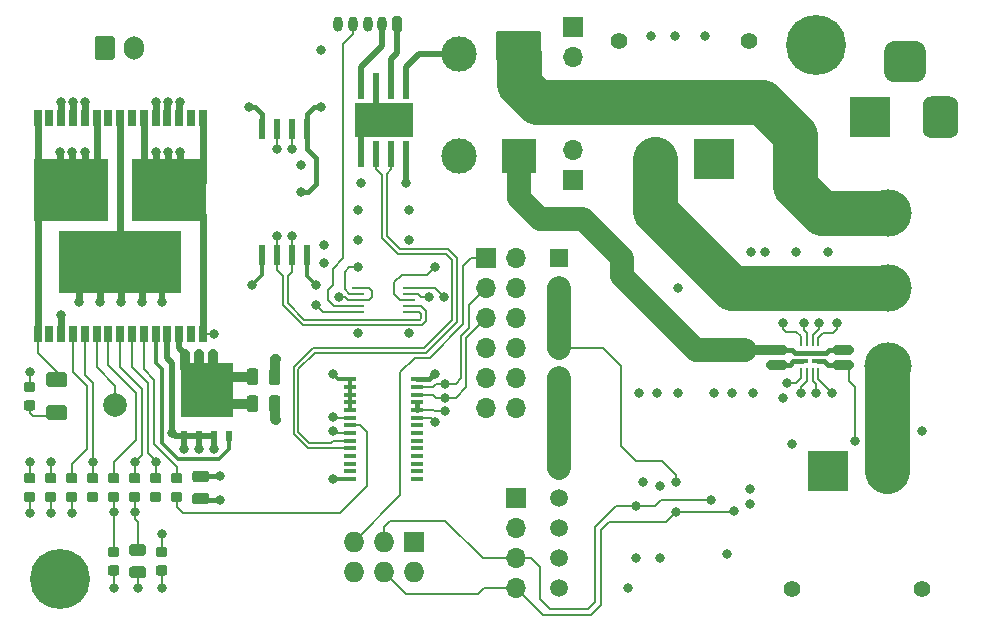
<source format=gbr>
G04 #@! TF.GenerationSoftware,KiCad,Pcbnew,(5.1.5-0-10_14)*
G04 #@! TF.CreationDate,2019-12-31T01:38:16-08:00*
G04 #@! TF.ProjectId,Glue Board,476c7565-2042-46f6-9172-642e6b696361,rev?*
G04 #@! TF.SameCoordinates,Original*
G04 #@! TF.FileFunction,Copper,L1,Top*
G04 #@! TF.FilePolarity,Positive*
%FSLAX46Y46*%
G04 Gerber Fmt 4.6, Leading zero omitted, Abs format (unit mm)*
G04 Created by KiCad (PCBNEW (5.1.5-0-10_14)) date 2019-12-31 01:38:16*
%MOMM*%
%LPD*%
G04 APERTURE LIST*
%ADD10C,1.508000*%
%ADD11R,1.508000X1.508000*%
%ADD12R,0.600000X1.800000*%
%ADD13O,1.727200X1.727200*%
%ADD14R,1.727200X1.727200*%
%ADD15O,1.700000X1.700000*%
%ADD16R,1.700000X1.700000*%
%ADD17R,4.410000X4.550000*%
%ADD18R,0.500000X0.850000*%
%ADD19C,0.630000*%
%ADD20R,4.900000X2.950000*%
%ADD21R,0.500000X2.200000*%
%ADD22C,2.000000*%
%ADD23C,0.100000*%
%ADD24O,0.800000X1.300000*%
%ADD25O,1.700000X2.000000*%
%ADD26C,3.000000*%
%ADD27R,3.000000X3.000000*%
%ADD28C,4.000000*%
%ADD29C,3.500000*%
%ADD30R,3.500000X3.500000*%
%ADD31C,1.400000*%
%ADD32C,0.300000*%
%ADD33R,0.200000X0.600000*%
%ADD34R,1.050000X0.400000*%
%ADD35R,1.100000X0.250000*%
%ADD36R,6.230000X5.250000*%
%ADD37R,10.300000X5.250000*%
%ADD38R,0.660000X1.350000*%
%ADD39R,1.100000X0.400000*%
%ADD40C,5.080000*%
%ADD41C,0.800000*%
%ADD42C,0.812800*%
%ADD43C,0.304800*%
%ADD44C,0.203200*%
%ADD45C,2.032000*%
%ADD46C,0.508000*%
%ADD47C,0.406400*%
%ADD48C,0.609600*%
%ADD49C,0.812800*%
%ADD50C,0.152400*%
%ADD51C,3.810000*%
G04 APERTURE END LIST*
D10*
X208924000Y-96012000D03*
X208924000Y-93472000D03*
X208924000Y-90932000D03*
X208924000Y-88392000D03*
X208924000Y-85852000D03*
X208924000Y-83312000D03*
X208924000Y-80772000D03*
X208924000Y-78232000D03*
X208924000Y-75692000D03*
X208924000Y-73152000D03*
X208924000Y-70612000D03*
D11*
X208924000Y-68072000D03*
D12*
X187579000Y-67814000D03*
X186309000Y-67814000D03*
X185039000Y-67814000D03*
X183769000Y-67814000D03*
X183769000Y-57154000D03*
X185039000Y-57154000D03*
X186309000Y-57154000D03*
X187579000Y-57154000D03*
D13*
X191516000Y-94615000D03*
X191516000Y-92075000D03*
X194056000Y-94615000D03*
X194056000Y-92075000D03*
X196596000Y-94615000D03*
D14*
X196596000Y-92075000D03*
D15*
X205232000Y-96012000D03*
X205232000Y-93472000D03*
X205232000Y-90932000D03*
D16*
X205232000Y-88392000D03*
D17*
X179070000Y-79214000D03*
D18*
X180975000Y-83164000D03*
X179705000Y-83164000D03*
X178435000Y-83164000D03*
X177165000Y-83164000D03*
D19*
X195356000Y-55738000D03*
X195356000Y-57038000D03*
X192756000Y-55738000D03*
X194056000Y-55738000D03*
X194056000Y-57038000D03*
X192756000Y-57038000D03*
D20*
X194056000Y-56388000D03*
D21*
X192151000Y-53513000D03*
X193421000Y-53513000D03*
X194691000Y-53513000D03*
X195961000Y-53513000D03*
X195961000Y-59263000D03*
X194691000Y-59263000D03*
X193421000Y-59263000D03*
X192151000Y-59263000D03*
D22*
X171323000Y-80518000D03*
G04 #@! TA.AperFunction,SMDPad,CuDef*
D23*
G36*
X164361691Y-78532053D02*
G01*
X164382926Y-78535203D01*
X164403750Y-78540419D01*
X164423962Y-78547651D01*
X164443368Y-78556830D01*
X164461781Y-78567866D01*
X164479024Y-78580654D01*
X164494930Y-78595070D01*
X164509346Y-78610976D01*
X164522134Y-78628219D01*
X164533170Y-78646632D01*
X164542349Y-78666038D01*
X164549581Y-78686250D01*
X164554797Y-78707074D01*
X164557947Y-78728309D01*
X164559000Y-78749750D01*
X164559000Y-79187250D01*
X164557947Y-79208691D01*
X164554797Y-79229926D01*
X164549581Y-79250750D01*
X164542349Y-79270962D01*
X164533170Y-79290368D01*
X164522134Y-79308781D01*
X164509346Y-79326024D01*
X164494930Y-79341930D01*
X164479024Y-79356346D01*
X164461781Y-79369134D01*
X164443368Y-79380170D01*
X164423962Y-79389349D01*
X164403750Y-79396581D01*
X164382926Y-79401797D01*
X164361691Y-79404947D01*
X164340250Y-79406000D01*
X163827750Y-79406000D01*
X163806309Y-79404947D01*
X163785074Y-79401797D01*
X163764250Y-79396581D01*
X163744038Y-79389349D01*
X163724632Y-79380170D01*
X163706219Y-79369134D01*
X163688976Y-79356346D01*
X163673070Y-79341930D01*
X163658654Y-79326024D01*
X163645866Y-79308781D01*
X163634830Y-79290368D01*
X163625651Y-79270962D01*
X163618419Y-79250750D01*
X163613203Y-79229926D01*
X163610053Y-79208691D01*
X163609000Y-79187250D01*
X163609000Y-78749750D01*
X163610053Y-78728309D01*
X163613203Y-78707074D01*
X163618419Y-78686250D01*
X163625651Y-78666038D01*
X163634830Y-78646632D01*
X163645866Y-78628219D01*
X163658654Y-78610976D01*
X163673070Y-78595070D01*
X163688976Y-78580654D01*
X163706219Y-78567866D01*
X163724632Y-78556830D01*
X163744038Y-78547651D01*
X163764250Y-78540419D01*
X163785074Y-78535203D01*
X163806309Y-78532053D01*
X163827750Y-78531000D01*
X164340250Y-78531000D01*
X164361691Y-78532053D01*
G37*
G04 #@! TD.AperFunction*
G04 #@! TA.AperFunction,SMDPad,CuDef*
G36*
X164361691Y-80107053D02*
G01*
X164382926Y-80110203D01*
X164403750Y-80115419D01*
X164423962Y-80122651D01*
X164443368Y-80131830D01*
X164461781Y-80142866D01*
X164479024Y-80155654D01*
X164494930Y-80170070D01*
X164509346Y-80185976D01*
X164522134Y-80203219D01*
X164533170Y-80221632D01*
X164542349Y-80241038D01*
X164549581Y-80261250D01*
X164554797Y-80282074D01*
X164557947Y-80303309D01*
X164559000Y-80324750D01*
X164559000Y-80762250D01*
X164557947Y-80783691D01*
X164554797Y-80804926D01*
X164549581Y-80825750D01*
X164542349Y-80845962D01*
X164533170Y-80865368D01*
X164522134Y-80883781D01*
X164509346Y-80901024D01*
X164494930Y-80916930D01*
X164479024Y-80931346D01*
X164461781Y-80944134D01*
X164443368Y-80955170D01*
X164423962Y-80964349D01*
X164403750Y-80971581D01*
X164382926Y-80976797D01*
X164361691Y-80979947D01*
X164340250Y-80981000D01*
X163827750Y-80981000D01*
X163806309Y-80979947D01*
X163785074Y-80976797D01*
X163764250Y-80971581D01*
X163744038Y-80964349D01*
X163724632Y-80955170D01*
X163706219Y-80944134D01*
X163688976Y-80931346D01*
X163673070Y-80916930D01*
X163658654Y-80901024D01*
X163645866Y-80883781D01*
X163634830Y-80865368D01*
X163625651Y-80845962D01*
X163618419Y-80825750D01*
X163613203Y-80804926D01*
X163610053Y-80783691D01*
X163609000Y-80762250D01*
X163609000Y-80324750D01*
X163610053Y-80303309D01*
X163613203Y-80282074D01*
X163618419Y-80261250D01*
X163625651Y-80241038D01*
X163634830Y-80221632D01*
X163645866Y-80203219D01*
X163658654Y-80185976D01*
X163673070Y-80170070D01*
X163688976Y-80155654D01*
X163706219Y-80142866D01*
X163724632Y-80131830D01*
X163744038Y-80122651D01*
X163764250Y-80115419D01*
X163785074Y-80110203D01*
X163806309Y-80107053D01*
X163827750Y-80106000D01*
X164340250Y-80106000D01*
X164361691Y-80107053D01*
G37*
G04 #@! TD.AperFunction*
G04 #@! TA.AperFunction,SMDPad,CuDef*
G36*
X175537691Y-94077053D02*
G01*
X175558926Y-94080203D01*
X175579750Y-94085419D01*
X175599962Y-94092651D01*
X175619368Y-94101830D01*
X175637781Y-94112866D01*
X175655024Y-94125654D01*
X175670930Y-94140070D01*
X175685346Y-94155976D01*
X175698134Y-94173219D01*
X175709170Y-94191632D01*
X175718349Y-94211038D01*
X175725581Y-94231250D01*
X175730797Y-94252074D01*
X175733947Y-94273309D01*
X175735000Y-94294750D01*
X175735000Y-94732250D01*
X175733947Y-94753691D01*
X175730797Y-94774926D01*
X175725581Y-94795750D01*
X175718349Y-94815962D01*
X175709170Y-94835368D01*
X175698134Y-94853781D01*
X175685346Y-94871024D01*
X175670930Y-94886930D01*
X175655024Y-94901346D01*
X175637781Y-94914134D01*
X175619368Y-94925170D01*
X175599962Y-94934349D01*
X175579750Y-94941581D01*
X175558926Y-94946797D01*
X175537691Y-94949947D01*
X175516250Y-94951000D01*
X175003750Y-94951000D01*
X174982309Y-94949947D01*
X174961074Y-94946797D01*
X174940250Y-94941581D01*
X174920038Y-94934349D01*
X174900632Y-94925170D01*
X174882219Y-94914134D01*
X174864976Y-94901346D01*
X174849070Y-94886930D01*
X174834654Y-94871024D01*
X174821866Y-94853781D01*
X174810830Y-94835368D01*
X174801651Y-94815962D01*
X174794419Y-94795750D01*
X174789203Y-94774926D01*
X174786053Y-94753691D01*
X174785000Y-94732250D01*
X174785000Y-94294750D01*
X174786053Y-94273309D01*
X174789203Y-94252074D01*
X174794419Y-94231250D01*
X174801651Y-94211038D01*
X174810830Y-94191632D01*
X174821866Y-94173219D01*
X174834654Y-94155976D01*
X174849070Y-94140070D01*
X174864976Y-94125654D01*
X174882219Y-94112866D01*
X174900632Y-94101830D01*
X174920038Y-94092651D01*
X174940250Y-94085419D01*
X174961074Y-94080203D01*
X174982309Y-94077053D01*
X175003750Y-94076000D01*
X175516250Y-94076000D01*
X175537691Y-94077053D01*
G37*
G04 #@! TD.AperFunction*
G04 #@! TA.AperFunction,SMDPad,CuDef*
G36*
X175537691Y-92502053D02*
G01*
X175558926Y-92505203D01*
X175579750Y-92510419D01*
X175599962Y-92517651D01*
X175619368Y-92526830D01*
X175637781Y-92537866D01*
X175655024Y-92550654D01*
X175670930Y-92565070D01*
X175685346Y-92580976D01*
X175698134Y-92598219D01*
X175709170Y-92616632D01*
X175718349Y-92636038D01*
X175725581Y-92656250D01*
X175730797Y-92677074D01*
X175733947Y-92698309D01*
X175735000Y-92719750D01*
X175735000Y-93157250D01*
X175733947Y-93178691D01*
X175730797Y-93199926D01*
X175725581Y-93220750D01*
X175718349Y-93240962D01*
X175709170Y-93260368D01*
X175698134Y-93278781D01*
X175685346Y-93296024D01*
X175670930Y-93311930D01*
X175655024Y-93326346D01*
X175637781Y-93339134D01*
X175619368Y-93350170D01*
X175599962Y-93359349D01*
X175579750Y-93366581D01*
X175558926Y-93371797D01*
X175537691Y-93374947D01*
X175516250Y-93376000D01*
X175003750Y-93376000D01*
X174982309Y-93374947D01*
X174961074Y-93371797D01*
X174940250Y-93366581D01*
X174920038Y-93359349D01*
X174900632Y-93350170D01*
X174882219Y-93339134D01*
X174864976Y-93326346D01*
X174849070Y-93311930D01*
X174834654Y-93296024D01*
X174821866Y-93278781D01*
X174810830Y-93260368D01*
X174801651Y-93240962D01*
X174794419Y-93220750D01*
X174789203Y-93199926D01*
X174786053Y-93178691D01*
X174785000Y-93157250D01*
X174785000Y-92719750D01*
X174786053Y-92698309D01*
X174789203Y-92677074D01*
X174794419Y-92656250D01*
X174801651Y-92636038D01*
X174810830Y-92616632D01*
X174821866Y-92598219D01*
X174834654Y-92580976D01*
X174849070Y-92565070D01*
X174864976Y-92550654D01*
X174882219Y-92537866D01*
X174900632Y-92526830D01*
X174920038Y-92517651D01*
X174940250Y-92510419D01*
X174961074Y-92505203D01*
X174982309Y-92502053D01*
X175003750Y-92501000D01*
X175516250Y-92501000D01*
X175537691Y-92502053D01*
G37*
G04 #@! TD.AperFunction*
G04 #@! TA.AperFunction,SMDPad,CuDef*
G36*
X166139691Y-86279053D02*
G01*
X166160926Y-86282203D01*
X166181750Y-86287419D01*
X166201962Y-86294651D01*
X166221368Y-86303830D01*
X166239781Y-86314866D01*
X166257024Y-86327654D01*
X166272930Y-86342070D01*
X166287346Y-86357976D01*
X166300134Y-86375219D01*
X166311170Y-86393632D01*
X166320349Y-86413038D01*
X166327581Y-86433250D01*
X166332797Y-86454074D01*
X166335947Y-86475309D01*
X166337000Y-86496750D01*
X166337000Y-86934250D01*
X166335947Y-86955691D01*
X166332797Y-86976926D01*
X166327581Y-86997750D01*
X166320349Y-87017962D01*
X166311170Y-87037368D01*
X166300134Y-87055781D01*
X166287346Y-87073024D01*
X166272930Y-87088930D01*
X166257024Y-87103346D01*
X166239781Y-87116134D01*
X166221368Y-87127170D01*
X166201962Y-87136349D01*
X166181750Y-87143581D01*
X166160926Y-87148797D01*
X166139691Y-87151947D01*
X166118250Y-87153000D01*
X165605750Y-87153000D01*
X165584309Y-87151947D01*
X165563074Y-87148797D01*
X165542250Y-87143581D01*
X165522038Y-87136349D01*
X165502632Y-87127170D01*
X165484219Y-87116134D01*
X165466976Y-87103346D01*
X165451070Y-87088930D01*
X165436654Y-87073024D01*
X165423866Y-87055781D01*
X165412830Y-87037368D01*
X165403651Y-87017962D01*
X165396419Y-86997750D01*
X165391203Y-86976926D01*
X165388053Y-86955691D01*
X165387000Y-86934250D01*
X165387000Y-86496750D01*
X165388053Y-86475309D01*
X165391203Y-86454074D01*
X165396419Y-86433250D01*
X165403651Y-86413038D01*
X165412830Y-86393632D01*
X165423866Y-86375219D01*
X165436654Y-86357976D01*
X165451070Y-86342070D01*
X165466976Y-86327654D01*
X165484219Y-86314866D01*
X165502632Y-86303830D01*
X165522038Y-86294651D01*
X165542250Y-86287419D01*
X165563074Y-86282203D01*
X165584309Y-86279053D01*
X165605750Y-86278000D01*
X166118250Y-86278000D01*
X166139691Y-86279053D01*
G37*
G04 #@! TD.AperFunction*
G04 #@! TA.AperFunction,SMDPad,CuDef*
G36*
X166139691Y-87854053D02*
G01*
X166160926Y-87857203D01*
X166181750Y-87862419D01*
X166201962Y-87869651D01*
X166221368Y-87878830D01*
X166239781Y-87889866D01*
X166257024Y-87902654D01*
X166272930Y-87917070D01*
X166287346Y-87932976D01*
X166300134Y-87950219D01*
X166311170Y-87968632D01*
X166320349Y-87988038D01*
X166327581Y-88008250D01*
X166332797Y-88029074D01*
X166335947Y-88050309D01*
X166337000Y-88071750D01*
X166337000Y-88509250D01*
X166335947Y-88530691D01*
X166332797Y-88551926D01*
X166327581Y-88572750D01*
X166320349Y-88592962D01*
X166311170Y-88612368D01*
X166300134Y-88630781D01*
X166287346Y-88648024D01*
X166272930Y-88663930D01*
X166257024Y-88678346D01*
X166239781Y-88691134D01*
X166221368Y-88702170D01*
X166201962Y-88711349D01*
X166181750Y-88718581D01*
X166160926Y-88723797D01*
X166139691Y-88726947D01*
X166118250Y-88728000D01*
X165605750Y-88728000D01*
X165584309Y-88726947D01*
X165563074Y-88723797D01*
X165542250Y-88718581D01*
X165522038Y-88711349D01*
X165502632Y-88702170D01*
X165484219Y-88691134D01*
X165466976Y-88678346D01*
X165451070Y-88663930D01*
X165436654Y-88648024D01*
X165423866Y-88630781D01*
X165412830Y-88612368D01*
X165403651Y-88592962D01*
X165396419Y-88572750D01*
X165391203Y-88551926D01*
X165388053Y-88530691D01*
X165387000Y-88509250D01*
X165387000Y-88071750D01*
X165388053Y-88050309D01*
X165391203Y-88029074D01*
X165396419Y-88008250D01*
X165403651Y-87988038D01*
X165412830Y-87968632D01*
X165423866Y-87950219D01*
X165436654Y-87932976D01*
X165451070Y-87917070D01*
X165466976Y-87902654D01*
X165484219Y-87889866D01*
X165502632Y-87878830D01*
X165522038Y-87869651D01*
X165542250Y-87862419D01*
X165563074Y-87857203D01*
X165584309Y-87854053D01*
X165605750Y-87853000D01*
X166118250Y-87853000D01*
X166139691Y-87854053D01*
G37*
G04 #@! TD.AperFunction*
G04 #@! TA.AperFunction,SMDPad,CuDef*
G36*
X173251691Y-87854053D02*
G01*
X173272926Y-87857203D01*
X173293750Y-87862419D01*
X173313962Y-87869651D01*
X173333368Y-87878830D01*
X173351781Y-87889866D01*
X173369024Y-87902654D01*
X173384930Y-87917070D01*
X173399346Y-87932976D01*
X173412134Y-87950219D01*
X173423170Y-87968632D01*
X173432349Y-87988038D01*
X173439581Y-88008250D01*
X173444797Y-88029074D01*
X173447947Y-88050309D01*
X173449000Y-88071750D01*
X173449000Y-88509250D01*
X173447947Y-88530691D01*
X173444797Y-88551926D01*
X173439581Y-88572750D01*
X173432349Y-88592962D01*
X173423170Y-88612368D01*
X173412134Y-88630781D01*
X173399346Y-88648024D01*
X173384930Y-88663930D01*
X173369024Y-88678346D01*
X173351781Y-88691134D01*
X173333368Y-88702170D01*
X173313962Y-88711349D01*
X173293750Y-88718581D01*
X173272926Y-88723797D01*
X173251691Y-88726947D01*
X173230250Y-88728000D01*
X172717750Y-88728000D01*
X172696309Y-88726947D01*
X172675074Y-88723797D01*
X172654250Y-88718581D01*
X172634038Y-88711349D01*
X172614632Y-88702170D01*
X172596219Y-88691134D01*
X172578976Y-88678346D01*
X172563070Y-88663930D01*
X172548654Y-88648024D01*
X172535866Y-88630781D01*
X172524830Y-88612368D01*
X172515651Y-88592962D01*
X172508419Y-88572750D01*
X172503203Y-88551926D01*
X172500053Y-88530691D01*
X172499000Y-88509250D01*
X172499000Y-88071750D01*
X172500053Y-88050309D01*
X172503203Y-88029074D01*
X172508419Y-88008250D01*
X172515651Y-87988038D01*
X172524830Y-87968632D01*
X172535866Y-87950219D01*
X172548654Y-87932976D01*
X172563070Y-87917070D01*
X172578976Y-87902654D01*
X172596219Y-87889866D01*
X172614632Y-87878830D01*
X172634038Y-87869651D01*
X172654250Y-87862419D01*
X172675074Y-87857203D01*
X172696309Y-87854053D01*
X172717750Y-87853000D01*
X173230250Y-87853000D01*
X173251691Y-87854053D01*
G37*
G04 #@! TD.AperFunction*
G04 #@! TA.AperFunction,SMDPad,CuDef*
G36*
X173251691Y-86279053D02*
G01*
X173272926Y-86282203D01*
X173293750Y-86287419D01*
X173313962Y-86294651D01*
X173333368Y-86303830D01*
X173351781Y-86314866D01*
X173369024Y-86327654D01*
X173384930Y-86342070D01*
X173399346Y-86357976D01*
X173412134Y-86375219D01*
X173423170Y-86393632D01*
X173432349Y-86413038D01*
X173439581Y-86433250D01*
X173444797Y-86454074D01*
X173447947Y-86475309D01*
X173449000Y-86496750D01*
X173449000Y-86934250D01*
X173447947Y-86955691D01*
X173444797Y-86976926D01*
X173439581Y-86997750D01*
X173432349Y-87017962D01*
X173423170Y-87037368D01*
X173412134Y-87055781D01*
X173399346Y-87073024D01*
X173384930Y-87088930D01*
X173369024Y-87103346D01*
X173351781Y-87116134D01*
X173333368Y-87127170D01*
X173313962Y-87136349D01*
X173293750Y-87143581D01*
X173272926Y-87148797D01*
X173251691Y-87151947D01*
X173230250Y-87153000D01*
X172717750Y-87153000D01*
X172696309Y-87151947D01*
X172675074Y-87148797D01*
X172654250Y-87143581D01*
X172634038Y-87136349D01*
X172614632Y-87127170D01*
X172596219Y-87116134D01*
X172578976Y-87103346D01*
X172563070Y-87088930D01*
X172548654Y-87073024D01*
X172535866Y-87055781D01*
X172524830Y-87037368D01*
X172515651Y-87017962D01*
X172508419Y-86997750D01*
X172503203Y-86976926D01*
X172500053Y-86955691D01*
X172499000Y-86934250D01*
X172499000Y-86496750D01*
X172500053Y-86475309D01*
X172503203Y-86454074D01*
X172508419Y-86433250D01*
X172515651Y-86413038D01*
X172524830Y-86393632D01*
X172535866Y-86375219D01*
X172548654Y-86357976D01*
X172563070Y-86342070D01*
X172578976Y-86327654D01*
X172596219Y-86314866D01*
X172614632Y-86303830D01*
X172634038Y-86294651D01*
X172654250Y-86287419D01*
X172675074Y-86282203D01*
X172696309Y-86279053D01*
X172717750Y-86278000D01*
X173230250Y-86278000D01*
X173251691Y-86279053D01*
G37*
G04 #@! TD.AperFunction*
G04 #@! TA.AperFunction,SMDPad,CuDef*
G36*
X164361691Y-86279053D02*
G01*
X164382926Y-86282203D01*
X164403750Y-86287419D01*
X164423962Y-86294651D01*
X164443368Y-86303830D01*
X164461781Y-86314866D01*
X164479024Y-86327654D01*
X164494930Y-86342070D01*
X164509346Y-86357976D01*
X164522134Y-86375219D01*
X164533170Y-86393632D01*
X164542349Y-86413038D01*
X164549581Y-86433250D01*
X164554797Y-86454074D01*
X164557947Y-86475309D01*
X164559000Y-86496750D01*
X164559000Y-86934250D01*
X164557947Y-86955691D01*
X164554797Y-86976926D01*
X164549581Y-86997750D01*
X164542349Y-87017962D01*
X164533170Y-87037368D01*
X164522134Y-87055781D01*
X164509346Y-87073024D01*
X164494930Y-87088930D01*
X164479024Y-87103346D01*
X164461781Y-87116134D01*
X164443368Y-87127170D01*
X164423962Y-87136349D01*
X164403750Y-87143581D01*
X164382926Y-87148797D01*
X164361691Y-87151947D01*
X164340250Y-87153000D01*
X163827750Y-87153000D01*
X163806309Y-87151947D01*
X163785074Y-87148797D01*
X163764250Y-87143581D01*
X163744038Y-87136349D01*
X163724632Y-87127170D01*
X163706219Y-87116134D01*
X163688976Y-87103346D01*
X163673070Y-87088930D01*
X163658654Y-87073024D01*
X163645866Y-87055781D01*
X163634830Y-87037368D01*
X163625651Y-87017962D01*
X163618419Y-86997750D01*
X163613203Y-86976926D01*
X163610053Y-86955691D01*
X163609000Y-86934250D01*
X163609000Y-86496750D01*
X163610053Y-86475309D01*
X163613203Y-86454074D01*
X163618419Y-86433250D01*
X163625651Y-86413038D01*
X163634830Y-86393632D01*
X163645866Y-86375219D01*
X163658654Y-86357976D01*
X163673070Y-86342070D01*
X163688976Y-86327654D01*
X163706219Y-86314866D01*
X163724632Y-86303830D01*
X163744038Y-86294651D01*
X163764250Y-86287419D01*
X163785074Y-86282203D01*
X163806309Y-86279053D01*
X163827750Y-86278000D01*
X164340250Y-86278000D01*
X164361691Y-86279053D01*
G37*
G04 #@! TD.AperFunction*
G04 #@! TA.AperFunction,SMDPad,CuDef*
G36*
X164361691Y-87854053D02*
G01*
X164382926Y-87857203D01*
X164403750Y-87862419D01*
X164423962Y-87869651D01*
X164443368Y-87878830D01*
X164461781Y-87889866D01*
X164479024Y-87902654D01*
X164494930Y-87917070D01*
X164509346Y-87932976D01*
X164522134Y-87950219D01*
X164533170Y-87968632D01*
X164542349Y-87988038D01*
X164549581Y-88008250D01*
X164554797Y-88029074D01*
X164557947Y-88050309D01*
X164559000Y-88071750D01*
X164559000Y-88509250D01*
X164557947Y-88530691D01*
X164554797Y-88551926D01*
X164549581Y-88572750D01*
X164542349Y-88592962D01*
X164533170Y-88612368D01*
X164522134Y-88630781D01*
X164509346Y-88648024D01*
X164494930Y-88663930D01*
X164479024Y-88678346D01*
X164461781Y-88691134D01*
X164443368Y-88702170D01*
X164423962Y-88711349D01*
X164403750Y-88718581D01*
X164382926Y-88723797D01*
X164361691Y-88726947D01*
X164340250Y-88728000D01*
X163827750Y-88728000D01*
X163806309Y-88726947D01*
X163785074Y-88723797D01*
X163764250Y-88718581D01*
X163744038Y-88711349D01*
X163724632Y-88702170D01*
X163706219Y-88691134D01*
X163688976Y-88678346D01*
X163673070Y-88663930D01*
X163658654Y-88648024D01*
X163645866Y-88630781D01*
X163634830Y-88612368D01*
X163625651Y-88592962D01*
X163618419Y-88572750D01*
X163613203Y-88551926D01*
X163610053Y-88530691D01*
X163609000Y-88509250D01*
X163609000Y-88071750D01*
X163610053Y-88050309D01*
X163613203Y-88029074D01*
X163618419Y-88008250D01*
X163625651Y-87988038D01*
X163634830Y-87968632D01*
X163645866Y-87950219D01*
X163658654Y-87932976D01*
X163673070Y-87917070D01*
X163688976Y-87902654D01*
X163706219Y-87889866D01*
X163724632Y-87878830D01*
X163744038Y-87869651D01*
X163764250Y-87862419D01*
X163785074Y-87857203D01*
X163806309Y-87854053D01*
X163827750Y-87853000D01*
X164340250Y-87853000D01*
X164361691Y-87854053D01*
G37*
G04 #@! TD.AperFunction*
G04 #@! TA.AperFunction,SMDPad,CuDef*
G36*
X175029691Y-87854053D02*
G01*
X175050926Y-87857203D01*
X175071750Y-87862419D01*
X175091962Y-87869651D01*
X175111368Y-87878830D01*
X175129781Y-87889866D01*
X175147024Y-87902654D01*
X175162930Y-87917070D01*
X175177346Y-87932976D01*
X175190134Y-87950219D01*
X175201170Y-87968632D01*
X175210349Y-87988038D01*
X175217581Y-88008250D01*
X175222797Y-88029074D01*
X175225947Y-88050309D01*
X175227000Y-88071750D01*
X175227000Y-88509250D01*
X175225947Y-88530691D01*
X175222797Y-88551926D01*
X175217581Y-88572750D01*
X175210349Y-88592962D01*
X175201170Y-88612368D01*
X175190134Y-88630781D01*
X175177346Y-88648024D01*
X175162930Y-88663930D01*
X175147024Y-88678346D01*
X175129781Y-88691134D01*
X175111368Y-88702170D01*
X175091962Y-88711349D01*
X175071750Y-88718581D01*
X175050926Y-88723797D01*
X175029691Y-88726947D01*
X175008250Y-88728000D01*
X174495750Y-88728000D01*
X174474309Y-88726947D01*
X174453074Y-88723797D01*
X174432250Y-88718581D01*
X174412038Y-88711349D01*
X174392632Y-88702170D01*
X174374219Y-88691134D01*
X174356976Y-88678346D01*
X174341070Y-88663930D01*
X174326654Y-88648024D01*
X174313866Y-88630781D01*
X174302830Y-88612368D01*
X174293651Y-88592962D01*
X174286419Y-88572750D01*
X174281203Y-88551926D01*
X174278053Y-88530691D01*
X174277000Y-88509250D01*
X174277000Y-88071750D01*
X174278053Y-88050309D01*
X174281203Y-88029074D01*
X174286419Y-88008250D01*
X174293651Y-87988038D01*
X174302830Y-87968632D01*
X174313866Y-87950219D01*
X174326654Y-87932976D01*
X174341070Y-87917070D01*
X174356976Y-87902654D01*
X174374219Y-87889866D01*
X174392632Y-87878830D01*
X174412038Y-87869651D01*
X174432250Y-87862419D01*
X174453074Y-87857203D01*
X174474309Y-87854053D01*
X174495750Y-87853000D01*
X175008250Y-87853000D01*
X175029691Y-87854053D01*
G37*
G04 #@! TD.AperFunction*
G04 #@! TA.AperFunction,SMDPad,CuDef*
G36*
X175029691Y-86279053D02*
G01*
X175050926Y-86282203D01*
X175071750Y-86287419D01*
X175091962Y-86294651D01*
X175111368Y-86303830D01*
X175129781Y-86314866D01*
X175147024Y-86327654D01*
X175162930Y-86342070D01*
X175177346Y-86357976D01*
X175190134Y-86375219D01*
X175201170Y-86393632D01*
X175210349Y-86413038D01*
X175217581Y-86433250D01*
X175222797Y-86454074D01*
X175225947Y-86475309D01*
X175227000Y-86496750D01*
X175227000Y-86934250D01*
X175225947Y-86955691D01*
X175222797Y-86976926D01*
X175217581Y-86997750D01*
X175210349Y-87017962D01*
X175201170Y-87037368D01*
X175190134Y-87055781D01*
X175177346Y-87073024D01*
X175162930Y-87088930D01*
X175147024Y-87103346D01*
X175129781Y-87116134D01*
X175111368Y-87127170D01*
X175091962Y-87136349D01*
X175071750Y-87143581D01*
X175050926Y-87148797D01*
X175029691Y-87151947D01*
X175008250Y-87153000D01*
X174495750Y-87153000D01*
X174474309Y-87151947D01*
X174453074Y-87148797D01*
X174432250Y-87143581D01*
X174412038Y-87136349D01*
X174392632Y-87127170D01*
X174374219Y-87116134D01*
X174356976Y-87103346D01*
X174341070Y-87088930D01*
X174326654Y-87073024D01*
X174313866Y-87055781D01*
X174302830Y-87037368D01*
X174293651Y-87017962D01*
X174286419Y-86997750D01*
X174281203Y-86976926D01*
X174278053Y-86955691D01*
X174277000Y-86934250D01*
X174277000Y-86496750D01*
X174278053Y-86475309D01*
X174281203Y-86454074D01*
X174286419Y-86433250D01*
X174293651Y-86413038D01*
X174302830Y-86393632D01*
X174313866Y-86375219D01*
X174326654Y-86357976D01*
X174341070Y-86342070D01*
X174356976Y-86327654D01*
X174374219Y-86314866D01*
X174392632Y-86303830D01*
X174412038Y-86294651D01*
X174432250Y-86287419D01*
X174453074Y-86282203D01*
X174474309Y-86279053D01*
X174495750Y-86278000D01*
X175008250Y-86278000D01*
X175029691Y-86279053D01*
G37*
G04 #@! TD.AperFunction*
G04 #@! TA.AperFunction,SMDPad,CuDef*
G36*
X169695691Y-87854053D02*
G01*
X169716926Y-87857203D01*
X169737750Y-87862419D01*
X169757962Y-87869651D01*
X169777368Y-87878830D01*
X169795781Y-87889866D01*
X169813024Y-87902654D01*
X169828930Y-87917070D01*
X169843346Y-87932976D01*
X169856134Y-87950219D01*
X169867170Y-87968632D01*
X169876349Y-87988038D01*
X169883581Y-88008250D01*
X169888797Y-88029074D01*
X169891947Y-88050309D01*
X169893000Y-88071750D01*
X169893000Y-88509250D01*
X169891947Y-88530691D01*
X169888797Y-88551926D01*
X169883581Y-88572750D01*
X169876349Y-88592962D01*
X169867170Y-88612368D01*
X169856134Y-88630781D01*
X169843346Y-88648024D01*
X169828930Y-88663930D01*
X169813024Y-88678346D01*
X169795781Y-88691134D01*
X169777368Y-88702170D01*
X169757962Y-88711349D01*
X169737750Y-88718581D01*
X169716926Y-88723797D01*
X169695691Y-88726947D01*
X169674250Y-88728000D01*
X169161750Y-88728000D01*
X169140309Y-88726947D01*
X169119074Y-88723797D01*
X169098250Y-88718581D01*
X169078038Y-88711349D01*
X169058632Y-88702170D01*
X169040219Y-88691134D01*
X169022976Y-88678346D01*
X169007070Y-88663930D01*
X168992654Y-88648024D01*
X168979866Y-88630781D01*
X168968830Y-88612368D01*
X168959651Y-88592962D01*
X168952419Y-88572750D01*
X168947203Y-88551926D01*
X168944053Y-88530691D01*
X168943000Y-88509250D01*
X168943000Y-88071750D01*
X168944053Y-88050309D01*
X168947203Y-88029074D01*
X168952419Y-88008250D01*
X168959651Y-87988038D01*
X168968830Y-87968632D01*
X168979866Y-87950219D01*
X168992654Y-87932976D01*
X169007070Y-87917070D01*
X169022976Y-87902654D01*
X169040219Y-87889866D01*
X169058632Y-87878830D01*
X169078038Y-87869651D01*
X169098250Y-87862419D01*
X169119074Y-87857203D01*
X169140309Y-87854053D01*
X169161750Y-87853000D01*
X169674250Y-87853000D01*
X169695691Y-87854053D01*
G37*
G04 #@! TD.AperFunction*
G04 #@! TA.AperFunction,SMDPad,CuDef*
G36*
X169695691Y-86279053D02*
G01*
X169716926Y-86282203D01*
X169737750Y-86287419D01*
X169757962Y-86294651D01*
X169777368Y-86303830D01*
X169795781Y-86314866D01*
X169813024Y-86327654D01*
X169828930Y-86342070D01*
X169843346Y-86357976D01*
X169856134Y-86375219D01*
X169867170Y-86393632D01*
X169876349Y-86413038D01*
X169883581Y-86433250D01*
X169888797Y-86454074D01*
X169891947Y-86475309D01*
X169893000Y-86496750D01*
X169893000Y-86934250D01*
X169891947Y-86955691D01*
X169888797Y-86976926D01*
X169883581Y-86997750D01*
X169876349Y-87017962D01*
X169867170Y-87037368D01*
X169856134Y-87055781D01*
X169843346Y-87073024D01*
X169828930Y-87088930D01*
X169813024Y-87103346D01*
X169795781Y-87116134D01*
X169777368Y-87127170D01*
X169757962Y-87136349D01*
X169737750Y-87143581D01*
X169716926Y-87148797D01*
X169695691Y-87151947D01*
X169674250Y-87153000D01*
X169161750Y-87153000D01*
X169140309Y-87151947D01*
X169119074Y-87148797D01*
X169098250Y-87143581D01*
X169078038Y-87136349D01*
X169058632Y-87127170D01*
X169040219Y-87116134D01*
X169022976Y-87103346D01*
X169007070Y-87088930D01*
X168992654Y-87073024D01*
X168979866Y-87055781D01*
X168968830Y-87037368D01*
X168959651Y-87017962D01*
X168952419Y-86997750D01*
X168947203Y-86976926D01*
X168944053Y-86955691D01*
X168943000Y-86934250D01*
X168943000Y-86496750D01*
X168944053Y-86475309D01*
X168947203Y-86454074D01*
X168952419Y-86433250D01*
X168959651Y-86413038D01*
X168968830Y-86393632D01*
X168979866Y-86375219D01*
X168992654Y-86357976D01*
X169007070Y-86342070D01*
X169022976Y-86327654D01*
X169040219Y-86314866D01*
X169058632Y-86303830D01*
X169078038Y-86294651D01*
X169098250Y-86287419D01*
X169119074Y-86282203D01*
X169140309Y-86279053D01*
X169161750Y-86278000D01*
X169674250Y-86278000D01*
X169695691Y-86279053D01*
G37*
G04 #@! TD.AperFunction*
G04 #@! TA.AperFunction,SMDPad,CuDef*
G36*
X171473691Y-87854053D02*
G01*
X171494926Y-87857203D01*
X171515750Y-87862419D01*
X171535962Y-87869651D01*
X171555368Y-87878830D01*
X171573781Y-87889866D01*
X171591024Y-87902654D01*
X171606930Y-87917070D01*
X171621346Y-87932976D01*
X171634134Y-87950219D01*
X171645170Y-87968632D01*
X171654349Y-87988038D01*
X171661581Y-88008250D01*
X171666797Y-88029074D01*
X171669947Y-88050309D01*
X171671000Y-88071750D01*
X171671000Y-88509250D01*
X171669947Y-88530691D01*
X171666797Y-88551926D01*
X171661581Y-88572750D01*
X171654349Y-88592962D01*
X171645170Y-88612368D01*
X171634134Y-88630781D01*
X171621346Y-88648024D01*
X171606930Y-88663930D01*
X171591024Y-88678346D01*
X171573781Y-88691134D01*
X171555368Y-88702170D01*
X171535962Y-88711349D01*
X171515750Y-88718581D01*
X171494926Y-88723797D01*
X171473691Y-88726947D01*
X171452250Y-88728000D01*
X170939750Y-88728000D01*
X170918309Y-88726947D01*
X170897074Y-88723797D01*
X170876250Y-88718581D01*
X170856038Y-88711349D01*
X170836632Y-88702170D01*
X170818219Y-88691134D01*
X170800976Y-88678346D01*
X170785070Y-88663930D01*
X170770654Y-88648024D01*
X170757866Y-88630781D01*
X170746830Y-88612368D01*
X170737651Y-88592962D01*
X170730419Y-88572750D01*
X170725203Y-88551926D01*
X170722053Y-88530691D01*
X170721000Y-88509250D01*
X170721000Y-88071750D01*
X170722053Y-88050309D01*
X170725203Y-88029074D01*
X170730419Y-88008250D01*
X170737651Y-87988038D01*
X170746830Y-87968632D01*
X170757866Y-87950219D01*
X170770654Y-87932976D01*
X170785070Y-87917070D01*
X170800976Y-87902654D01*
X170818219Y-87889866D01*
X170836632Y-87878830D01*
X170856038Y-87869651D01*
X170876250Y-87862419D01*
X170897074Y-87857203D01*
X170918309Y-87854053D01*
X170939750Y-87853000D01*
X171452250Y-87853000D01*
X171473691Y-87854053D01*
G37*
G04 #@! TD.AperFunction*
G04 #@! TA.AperFunction,SMDPad,CuDef*
G36*
X171473691Y-86279053D02*
G01*
X171494926Y-86282203D01*
X171515750Y-86287419D01*
X171535962Y-86294651D01*
X171555368Y-86303830D01*
X171573781Y-86314866D01*
X171591024Y-86327654D01*
X171606930Y-86342070D01*
X171621346Y-86357976D01*
X171634134Y-86375219D01*
X171645170Y-86393632D01*
X171654349Y-86413038D01*
X171661581Y-86433250D01*
X171666797Y-86454074D01*
X171669947Y-86475309D01*
X171671000Y-86496750D01*
X171671000Y-86934250D01*
X171669947Y-86955691D01*
X171666797Y-86976926D01*
X171661581Y-86997750D01*
X171654349Y-87017962D01*
X171645170Y-87037368D01*
X171634134Y-87055781D01*
X171621346Y-87073024D01*
X171606930Y-87088930D01*
X171591024Y-87103346D01*
X171573781Y-87116134D01*
X171555368Y-87127170D01*
X171535962Y-87136349D01*
X171515750Y-87143581D01*
X171494926Y-87148797D01*
X171473691Y-87151947D01*
X171452250Y-87153000D01*
X170939750Y-87153000D01*
X170918309Y-87151947D01*
X170897074Y-87148797D01*
X170876250Y-87143581D01*
X170856038Y-87136349D01*
X170836632Y-87127170D01*
X170818219Y-87116134D01*
X170800976Y-87103346D01*
X170785070Y-87088930D01*
X170770654Y-87073024D01*
X170757866Y-87055781D01*
X170746830Y-87037368D01*
X170737651Y-87017962D01*
X170730419Y-86997750D01*
X170725203Y-86976926D01*
X170722053Y-86955691D01*
X170721000Y-86934250D01*
X170721000Y-86496750D01*
X170722053Y-86475309D01*
X170725203Y-86454074D01*
X170730419Y-86433250D01*
X170737651Y-86413038D01*
X170746830Y-86393632D01*
X170757866Y-86375219D01*
X170770654Y-86357976D01*
X170785070Y-86342070D01*
X170800976Y-86327654D01*
X170818219Y-86314866D01*
X170836632Y-86303830D01*
X170856038Y-86294651D01*
X170876250Y-86287419D01*
X170897074Y-86282203D01*
X170918309Y-86279053D01*
X170939750Y-86278000D01*
X171452250Y-86278000D01*
X171473691Y-86279053D01*
G37*
G04 #@! TD.AperFunction*
G04 #@! TA.AperFunction,SMDPad,CuDef*
G36*
X176807691Y-87854053D02*
G01*
X176828926Y-87857203D01*
X176849750Y-87862419D01*
X176869962Y-87869651D01*
X176889368Y-87878830D01*
X176907781Y-87889866D01*
X176925024Y-87902654D01*
X176940930Y-87917070D01*
X176955346Y-87932976D01*
X176968134Y-87950219D01*
X176979170Y-87968632D01*
X176988349Y-87988038D01*
X176995581Y-88008250D01*
X177000797Y-88029074D01*
X177003947Y-88050309D01*
X177005000Y-88071750D01*
X177005000Y-88509250D01*
X177003947Y-88530691D01*
X177000797Y-88551926D01*
X176995581Y-88572750D01*
X176988349Y-88592962D01*
X176979170Y-88612368D01*
X176968134Y-88630781D01*
X176955346Y-88648024D01*
X176940930Y-88663930D01*
X176925024Y-88678346D01*
X176907781Y-88691134D01*
X176889368Y-88702170D01*
X176869962Y-88711349D01*
X176849750Y-88718581D01*
X176828926Y-88723797D01*
X176807691Y-88726947D01*
X176786250Y-88728000D01*
X176273750Y-88728000D01*
X176252309Y-88726947D01*
X176231074Y-88723797D01*
X176210250Y-88718581D01*
X176190038Y-88711349D01*
X176170632Y-88702170D01*
X176152219Y-88691134D01*
X176134976Y-88678346D01*
X176119070Y-88663930D01*
X176104654Y-88648024D01*
X176091866Y-88630781D01*
X176080830Y-88612368D01*
X176071651Y-88592962D01*
X176064419Y-88572750D01*
X176059203Y-88551926D01*
X176056053Y-88530691D01*
X176055000Y-88509250D01*
X176055000Y-88071750D01*
X176056053Y-88050309D01*
X176059203Y-88029074D01*
X176064419Y-88008250D01*
X176071651Y-87988038D01*
X176080830Y-87968632D01*
X176091866Y-87950219D01*
X176104654Y-87932976D01*
X176119070Y-87917070D01*
X176134976Y-87902654D01*
X176152219Y-87889866D01*
X176170632Y-87878830D01*
X176190038Y-87869651D01*
X176210250Y-87862419D01*
X176231074Y-87857203D01*
X176252309Y-87854053D01*
X176273750Y-87853000D01*
X176786250Y-87853000D01*
X176807691Y-87854053D01*
G37*
G04 #@! TD.AperFunction*
G04 #@! TA.AperFunction,SMDPad,CuDef*
G36*
X176807691Y-86279053D02*
G01*
X176828926Y-86282203D01*
X176849750Y-86287419D01*
X176869962Y-86294651D01*
X176889368Y-86303830D01*
X176907781Y-86314866D01*
X176925024Y-86327654D01*
X176940930Y-86342070D01*
X176955346Y-86357976D01*
X176968134Y-86375219D01*
X176979170Y-86393632D01*
X176988349Y-86413038D01*
X176995581Y-86433250D01*
X177000797Y-86454074D01*
X177003947Y-86475309D01*
X177005000Y-86496750D01*
X177005000Y-86934250D01*
X177003947Y-86955691D01*
X177000797Y-86976926D01*
X176995581Y-86997750D01*
X176988349Y-87017962D01*
X176979170Y-87037368D01*
X176968134Y-87055781D01*
X176955346Y-87073024D01*
X176940930Y-87088930D01*
X176925024Y-87103346D01*
X176907781Y-87116134D01*
X176889368Y-87127170D01*
X176869962Y-87136349D01*
X176849750Y-87143581D01*
X176828926Y-87148797D01*
X176807691Y-87151947D01*
X176786250Y-87153000D01*
X176273750Y-87153000D01*
X176252309Y-87151947D01*
X176231074Y-87148797D01*
X176210250Y-87143581D01*
X176190038Y-87136349D01*
X176170632Y-87127170D01*
X176152219Y-87116134D01*
X176134976Y-87103346D01*
X176119070Y-87088930D01*
X176104654Y-87073024D01*
X176091866Y-87055781D01*
X176080830Y-87037368D01*
X176071651Y-87017962D01*
X176064419Y-86997750D01*
X176059203Y-86976926D01*
X176056053Y-86955691D01*
X176055000Y-86934250D01*
X176055000Y-86496750D01*
X176056053Y-86475309D01*
X176059203Y-86454074D01*
X176064419Y-86433250D01*
X176071651Y-86413038D01*
X176080830Y-86393632D01*
X176091866Y-86375219D01*
X176104654Y-86357976D01*
X176119070Y-86342070D01*
X176134976Y-86327654D01*
X176152219Y-86314866D01*
X176170632Y-86303830D01*
X176190038Y-86294651D01*
X176210250Y-86287419D01*
X176231074Y-86282203D01*
X176252309Y-86279053D01*
X176273750Y-86278000D01*
X176786250Y-86278000D01*
X176807691Y-86279053D01*
G37*
G04 #@! TD.AperFunction*
G04 #@! TA.AperFunction,SMDPad,CuDef*
G36*
X167917691Y-87854053D02*
G01*
X167938926Y-87857203D01*
X167959750Y-87862419D01*
X167979962Y-87869651D01*
X167999368Y-87878830D01*
X168017781Y-87889866D01*
X168035024Y-87902654D01*
X168050930Y-87917070D01*
X168065346Y-87932976D01*
X168078134Y-87950219D01*
X168089170Y-87968632D01*
X168098349Y-87988038D01*
X168105581Y-88008250D01*
X168110797Y-88029074D01*
X168113947Y-88050309D01*
X168115000Y-88071750D01*
X168115000Y-88509250D01*
X168113947Y-88530691D01*
X168110797Y-88551926D01*
X168105581Y-88572750D01*
X168098349Y-88592962D01*
X168089170Y-88612368D01*
X168078134Y-88630781D01*
X168065346Y-88648024D01*
X168050930Y-88663930D01*
X168035024Y-88678346D01*
X168017781Y-88691134D01*
X167999368Y-88702170D01*
X167979962Y-88711349D01*
X167959750Y-88718581D01*
X167938926Y-88723797D01*
X167917691Y-88726947D01*
X167896250Y-88728000D01*
X167383750Y-88728000D01*
X167362309Y-88726947D01*
X167341074Y-88723797D01*
X167320250Y-88718581D01*
X167300038Y-88711349D01*
X167280632Y-88702170D01*
X167262219Y-88691134D01*
X167244976Y-88678346D01*
X167229070Y-88663930D01*
X167214654Y-88648024D01*
X167201866Y-88630781D01*
X167190830Y-88612368D01*
X167181651Y-88592962D01*
X167174419Y-88572750D01*
X167169203Y-88551926D01*
X167166053Y-88530691D01*
X167165000Y-88509250D01*
X167165000Y-88071750D01*
X167166053Y-88050309D01*
X167169203Y-88029074D01*
X167174419Y-88008250D01*
X167181651Y-87988038D01*
X167190830Y-87968632D01*
X167201866Y-87950219D01*
X167214654Y-87932976D01*
X167229070Y-87917070D01*
X167244976Y-87902654D01*
X167262219Y-87889866D01*
X167280632Y-87878830D01*
X167300038Y-87869651D01*
X167320250Y-87862419D01*
X167341074Y-87857203D01*
X167362309Y-87854053D01*
X167383750Y-87853000D01*
X167896250Y-87853000D01*
X167917691Y-87854053D01*
G37*
G04 #@! TD.AperFunction*
G04 #@! TA.AperFunction,SMDPad,CuDef*
G36*
X167917691Y-86279053D02*
G01*
X167938926Y-86282203D01*
X167959750Y-86287419D01*
X167979962Y-86294651D01*
X167999368Y-86303830D01*
X168017781Y-86314866D01*
X168035024Y-86327654D01*
X168050930Y-86342070D01*
X168065346Y-86357976D01*
X168078134Y-86375219D01*
X168089170Y-86393632D01*
X168098349Y-86413038D01*
X168105581Y-86433250D01*
X168110797Y-86454074D01*
X168113947Y-86475309D01*
X168115000Y-86496750D01*
X168115000Y-86934250D01*
X168113947Y-86955691D01*
X168110797Y-86976926D01*
X168105581Y-86997750D01*
X168098349Y-87017962D01*
X168089170Y-87037368D01*
X168078134Y-87055781D01*
X168065346Y-87073024D01*
X168050930Y-87088930D01*
X168035024Y-87103346D01*
X168017781Y-87116134D01*
X167999368Y-87127170D01*
X167979962Y-87136349D01*
X167959750Y-87143581D01*
X167938926Y-87148797D01*
X167917691Y-87151947D01*
X167896250Y-87153000D01*
X167383750Y-87153000D01*
X167362309Y-87151947D01*
X167341074Y-87148797D01*
X167320250Y-87143581D01*
X167300038Y-87136349D01*
X167280632Y-87127170D01*
X167262219Y-87116134D01*
X167244976Y-87103346D01*
X167229070Y-87088930D01*
X167214654Y-87073024D01*
X167201866Y-87055781D01*
X167190830Y-87037368D01*
X167181651Y-87017962D01*
X167174419Y-86997750D01*
X167169203Y-86976926D01*
X167166053Y-86955691D01*
X167165000Y-86934250D01*
X167165000Y-86496750D01*
X167166053Y-86475309D01*
X167169203Y-86454074D01*
X167174419Y-86433250D01*
X167181651Y-86413038D01*
X167190830Y-86393632D01*
X167201866Y-86375219D01*
X167214654Y-86357976D01*
X167229070Y-86342070D01*
X167244976Y-86327654D01*
X167262219Y-86314866D01*
X167280632Y-86303830D01*
X167300038Y-86294651D01*
X167320250Y-86287419D01*
X167341074Y-86282203D01*
X167362309Y-86279053D01*
X167383750Y-86278000D01*
X167896250Y-86278000D01*
X167917691Y-86279053D01*
G37*
G04 #@! TD.AperFunction*
G04 #@! TA.AperFunction,SMDPad,CuDef*
G36*
X171473691Y-94077053D02*
G01*
X171494926Y-94080203D01*
X171515750Y-94085419D01*
X171535962Y-94092651D01*
X171555368Y-94101830D01*
X171573781Y-94112866D01*
X171591024Y-94125654D01*
X171606930Y-94140070D01*
X171621346Y-94155976D01*
X171634134Y-94173219D01*
X171645170Y-94191632D01*
X171654349Y-94211038D01*
X171661581Y-94231250D01*
X171666797Y-94252074D01*
X171669947Y-94273309D01*
X171671000Y-94294750D01*
X171671000Y-94732250D01*
X171669947Y-94753691D01*
X171666797Y-94774926D01*
X171661581Y-94795750D01*
X171654349Y-94815962D01*
X171645170Y-94835368D01*
X171634134Y-94853781D01*
X171621346Y-94871024D01*
X171606930Y-94886930D01*
X171591024Y-94901346D01*
X171573781Y-94914134D01*
X171555368Y-94925170D01*
X171535962Y-94934349D01*
X171515750Y-94941581D01*
X171494926Y-94946797D01*
X171473691Y-94949947D01*
X171452250Y-94951000D01*
X170939750Y-94951000D01*
X170918309Y-94949947D01*
X170897074Y-94946797D01*
X170876250Y-94941581D01*
X170856038Y-94934349D01*
X170836632Y-94925170D01*
X170818219Y-94914134D01*
X170800976Y-94901346D01*
X170785070Y-94886930D01*
X170770654Y-94871024D01*
X170757866Y-94853781D01*
X170746830Y-94835368D01*
X170737651Y-94815962D01*
X170730419Y-94795750D01*
X170725203Y-94774926D01*
X170722053Y-94753691D01*
X170721000Y-94732250D01*
X170721000Y-94294750D01*
X170722053Y-94273309D01*
X170725203Y-94252074D01*
X170730419Y-94231250D01*
X170737651Y-94211038D01*
X170746830Y-94191632D01*
X170757866Y-94173219D01*
X170770654Y-94155976D01*
X170785070Y-94140070D01*
X170800976Y-94125654D01*
X170818219Y-94112866D01*
X170836632Y-94101830D01*
X170856038Y-94092651D01*
X170876250Y-94085419D01*
X170897074Y-94080203D01*
X170918309Y-94077053D01*
X170939750Y-94076000D01*
X171452250Y-94076000D01*
X171473691Y-94077053D01*
G37*
G04 #@! TD.AperFunction*
G04 #@! TA.AperFunction,SMDPad,CuDef*
G36*
X171473691Y-92502053D02*
G01*
X171494926Y-92505203D01*
X171515750Y-92510419D01*
X171535962Y-92517651D01*
X171555368Y-92526830D01*
X171573781Y-92537866D01*
X171591024Y-92550654D01*
X171606930Y-92565070D01*
X171621346Y-92580976D01*
X171634134Y-92598219D01*
X171645170Y-92616632D01*
X171654349Y-92636038D01*
X171661581Y-92656250D01*
X171666797Y-92677074D01*
X171669947Y-92698309D01*
X171671000Y-92719750D01*
X171671000Y-93157250D01*
X171669947Y-93178691D01*
X171666797Y-93199926D01*
X171661581Y-93220750D01*
X171654349Y-93240962D01*
X171645170Y-93260368D01*
X171634134Y-93278781D01*
X171621346Y-93296024D01*
X171606930Y-93311930D01*
X171591024Y-93326346D01*
X171573781Y-93339134D01*
X171555368Y-93350170D01*
X171535962Y-93359349D01*
X171515750Y-93366581D01*
X171494926Y-93371797D01*
X171473691Y-93374947D01*
X171452250Y-93376000D01*
X170939750Y-93376000D01*
X170918309Y-93374947D01*
X170897074Y-93371797D01*
X170876250Y-93366581D01*
X170856038Y-93359349D01*
X170836632Y-93350170D01*
X170818219Y-93339134D01*
X170800976Y-93326346D01*
X170785070Y-93311930D01*
X170770654Y-93296024D01*
X170757866Y-93278781D01*
X170746830Y-93260368D01*
X170737651Y-93240962D01*
X170730419Y-93220750D01*
X170725203Y-93199926D01*
X170722053Y-93178691D01*
X170721000Y-93157250D01*
X170721000Y-92719750D01*
X170722053Y-92698309D01*
X170725203Y-92677074D01*
X170730419Y-92656250D01*
X170737651Y-92636038D01*
X170746830Y-92616632D01*
X170757866Y-92598219D01*
X170770654Y-92580976D01*
X170785070Y-92565070D01*
X170800976Y-92550654D01*
X170818219Y-92537866D01*
X170836632Y-92526830D01*
X170856038Y-92517651D01*
X170876250Y-92510419D01*
X170897074Y-92505203D01*
X170918309Y-92502053D01*
X170939750Y-92501000D01*
X171452250Y-92501000D01*
X171473691Y-92502053D01*
G37*
G04 #@! TD.AperFunction*
D24*
X190199000Y-48260000D03*
X191449000Y-48260000D03*
X192699000Y-48260000D03*
X193949000Y-48260000D03*
G04 #@! TA.AperFunction,ComponentPad*
D23*
G36*
X195418603Y-47610963D02*
G01*
X195438018Y-47613843D01*
X195457057Y-47618612D01*
X195475537Y-47625224D01*
X195493279Y-47633616D01*
X195510114Y-47643706D01*
X195525879Y-47655398D01*
X195540421Y-47668579D01*
X195553602Y-47683121D01*
X195565294Y-47698886D01*
X195575384Y-47715721D01*
X195583776Y-47733463D01*
X195590388Y-47751943D01*
X195595157Y-47770982D01*
X195598037Y-47790397D01*
X195599000Y-47810000D01*
X195599000Y-48710000D01*
X195598037Y-48729603D01*
X195595157Y-48749018D01*
X195590388Y-48768057D01*
X195583776Y-48786537D01*
X195575384Y-48804279D01*
X195565294Y-48821114D01*
X195553602Y-48836879D01*
X195540421Y-48851421D01*
X195525879Y-48864602D01*
X195510114Y-48876294D01*
X195493279Y-48886384D01*
X195475537Y-48894776D01*
X195457057Y-48901388D01*
X195438018Y-48906157D01*
X195418603Y-48909037D01*
X195399000Y-48910000D01*
X194999000Y-48910000D01*
X194979397Y-48909037D01*
X194959982Y-48906157D01*
X194940943Y-48901388D01*
X194922463Y-48894776D01*
X194904721Y-48886384D01*
X194887886Y-48876294D01*
X194872121Y-48864602D01*
X194857579Y-48851421D01*
X194844398Y-48836879D01*
X194832706Y-48821114D01*
X194822616Y-48804279D01*
X194814224Y-48786537D01*
X194807612Y-48768057D01*
X194802843Y-48749018D01*
X194799963Y-48729603D01*
X194799000Y-48710000D01*
X194799000Y-47810000D01*
X194799963Y-47790397D01*
X194802843Y-47770982D01*
X194807612Y-47751943D01*
X194814224Y-47733463D01*
X194822616Y-47715721D01*
X194832706Y-47698886D01*
X194844398Y-47683121D01*
X194857579Y-47668579D01*
X194872121Y-47655398D01*
X194887886Y-47643706D01*
X194904721Y-47633616D01*
X194922463Y-47625224D01*
X194940943Y-47618612D01*
X194959982Y-47613843D01*
X194979397Y-47610963D01*
X194999000Y-47610000D01*
X195399000Y-47610000D01*
X195418603Y-47610963D01*
G37*
G04 #@! TD.AperFunction*
D25*
X172934000Y-50292000D03*
G04 #@! TA.AperFunction,ComponentPad*
D23*
G36*
X171058504Y-49293204D02*
G01*
X171082773Y-49296804D01*
X171106571Y-49302765D01*
X171129671Y-49311030D01*
X171151849Y-49321520D01*
X171172893Y-49334133D01*
X171192598Y-49348747D01*
X171210777Y-49365223D01*
X171227253Y-49383402D01*
X171241867Y-49403107D01*
X171254480Y-49424151D01*
X171264970Y-49446329D01*
X171273235Y-49469429D01*
X171279196Y-49493227D01*
X171282796Y-49517496D01*
X171284000Y-49542000D01*
X171284000Y-51042000D01*
X171282796Y-51066504D01*
X171279196Y-51090773D01*
X171273235Y-51114571D01*
X171264970Y-51137671D01*
X171254480Y-51159849D01*
X171241867Y-51180893D01*
X171227253Y-51200598D01*
X171210777Y-51218777D01*
X171192598Y-51235253D01*
X171172893Y-51249867D01*
X171151849Y-51262480D01*
X171129671Y-51272970D01*
X171106571Y-51281235D01*
X171082773Y-51287196D01*
X171058504Y-51290796D01*
X171034000Y-51292000D01*
X169834000Y-51292000D01*
X169809496Y-51290796D01*
X169785227Y-51287196D01*
X169761429Y-51281235D01*
X169738329Y-51272970D01*
X169716151Y-51262480D01*
X169695107Y-51249867D01*
X169675402Y-51235253D01*
X169657223Y-51218777D01*
X169640747Y-51200598D01*
X169626133Y-51180893D01*
X169613520Y-51159849D01*
X169603030Y-51137671D01*
X169594765Y-51114571D01*
X169588804Y-51090773D01*
X169585204Y-51066504D01*
X169584000Y-51042000D01*
X169584000Y-49542000D01*
X169585204Y-49517496D01*
X169588804Y-49493227D01*
X169594765Y-49469429D01*
X169603030Y-49446329D01*
X169613520Y-49424151D01*
X169626133Y-49403107D01*
X169640747Y-49383402D01*
X169657223Y-49365223D01*
X169675402Y-49348747D01*
X169695107Y-49334133D01*
X169716151Y-49321520D01*
X169738329Y-49311030D01*
X169761429Y-49302765D01*
X169785227Y-49296804D01*
X169809496Y-49293204D01*
X169834000Y-49292000D01*
X171034000Y-49292000D01*
X171058504Y-49293204D01*
G37*
G04 #@! TD.AperFunction*
G04 #@! TA.AperFunction,SMDPad,CuDef*
G36*
X167019504Y-77732204D02*
G01*
X167043773Y-77735804D01*
X167067571Y-77741765D01*
X167090671Y-77750030D01*
X167112849Y-77760520D01*
X167133893Y-77773133D01*
X167153598Y-77787747D01*
X167171777Y-77804223D01*
X167188253Y-77822402D01*
X167202867Y-77842107D01*
X167215480Y-77863151D01*
X167225970Y-77885329D01*
X167234235Y-77908429D01*
X167240196Y-77932227D01*
X167243796Y-77956496D01*
X167245000Y-77981000D01*
X167245000Y-78731000D01*
X167243796Y-78755504D01*
X167240196Y-78779773D01*
X167234235Y-78803571D01*
X167225970Y-78826671D01*
X167215480Y-78848849D01*
X167202867Y-78869893D01*
X167188253Y-78889598D01*
X167171777Y-78907777D01*
X167153598Y-78924253D01*
X167133893Y-78938867D01*
X167112849Y-78951480D01*
X167090671Y-78961970D01*
X167067571Y-78970235D01*
X167043773Y-78976196D01*
X167019504Y-78979796D01*
X166995000Y-78981000D01*
X165745000Y-78981000D01*
X165720496Y-78979796D01*
X165696227Y-78976196D01*
X165672429Y-78970235D01*
X165649329Y-78961970D01*
X165627151Y-78951480D01*
X165606107Y-78938867D01*
X165586402Y-78924253D01*
X165568223Y-78907777D01*
X165551747Y-78889598D01*
X165537133Y-78869893D01*
X165524520Y-78848849D01*
X165514030Y-78826671D01*
X165505765Y-78803571D01*
X165499804Y-78779773D01*
X165496204Y-78755504D01*
X165495000Y-78731000D01*
X165495000Y-77981000D01*
X165496204Y-77956496D01*
X165499804Y-77932227D01*
X165505765Y-77908429D01*
X165514030Y-77885329D01*
X165524520Y-77863151D01*
X165537133Y-77842107D01*
X165551747Y-77822402D01*
X165568223Y-77804223D01*
X165586402Y-77787747D01*
X165606107Y-77773133D01*
X165627151Y-77760520D01*
X165649329Y-77750030D01*
X165672429Y-77741765D01*
X165696227Y-77735804D01*
X165720496Y-77732204D01*
X165745000Y-77731000D01*
X166995000Y-77731000D01*
X167019504Y-77732204D01*
G37*
G04 #@! TD.AperFunction*
G04 #@! TA.AperFunction,SMDPad,CuDef*
G36*
X167019504Y-80532204D02*
G01*
X167043773Y-80535804D01*
X167067571Y-80541765D01*
X167090671Y-80550030D01*
X167112849Y-80560520D01*
X167133893Y-80573133D01*
X167153598Y-80587747D01*
X167171777Y-80604223D01*
X167188253Y-80622402D01*
X167202867Y-80642107D01*
X167215480Y-80663151D01*
X167225970Y-80685329D01*
X167234235Y-80708429D01*
X167240196Y-80732227D01*
X167243796Y-80756496D01*
X167245000Y-80781000D01*
X167245000Y-81531000D01*
X167243796Y-81555504D01*
X167240196Y-81579773D01*
X167234235Y-81603571D01*
X167225970Y-81626671D01*
X167215480Y-81648849D01*
X167202867Y-81669893D01*
X167188253Y-81689598D01*
X167171777Y-81707777D01*
X167153598Y-81724253D01*
X167133893Y-81738867D01*
X167112849Y-81751480D01*
X167090671Y-81761970D01*
X167067571Y-81770235D01*
X167043773Y-81776196D01*
X167019504Y-81779796D01*
X166995000Y-81781000D01*
X165745000Y-81781000D01*
X165720496Y-81779796D01*
X165696227Y-81776196D01*
X165672429Y-81770235D01*
X165649329Y-81761970D01*
X165627151Y-81751480D01*
X165606107Y-81738867D01*
X165586402Y-81724253D01*
X165568223Y-81707777D01*
X165551747Y-81689598D01*
X165537133Y-81669893D01*
X165524520Y-81648849D01*
X165514030Y-81626671D01*
X165505765Y-81603571D01*
X165499804Y-81579773D01*
X165496204Y-81555504D01*
X165495000Y-81531000D01*
X165495000Y-80781000D01*
X165496204Y-80756496D01*
X165499804Y-80732227D01*
X165505765Y-80708429D01*
X165514030Y-80685329D01*
X165524520Y-80663151D01*
X165537133Y-80642107D01*
X165551747Y-80622402D01*
X165568223Y-80604223D01*
X165586402Y-80587747D01*
X165606107Y-80573133D01*
X165627151Y-80560520D01*
X165649329Y-80550030D01*
X165672429Y-80541765D01*
X165696227Y-80535804D01*
X165720496Y-80532204D01*
X165745000Y-80531000D01*
X166995000Y-80531000D01*
X167019504Y-80532204D01*
G37*
G04 #@! TD.AperFunction*
G04 #@! TA.AperFunction,SMDPad,CuDef*
G36*
X185101142Y-77406174D02*
G01*
X185124803Y-77409684D01*
X185148007Y-77415496D01*
X185170529Y-77423554D01*
X185192153Y-77433782D01*
X185212670Y-77446079D01*
X185231883Y-77460329D01*
X185249607Y-77476393D01*
X185265671Y-77494117D01*
X185279921Y-77513330D01*
X185292218Y-77533847D01*
X185302446Y-77555471D01*
X185310504Y-77577993D01*
X185316316Y-77601197D01*
X185319826Y-77624858D01*
X185321000Y-77648750D01*
X185321000Y-78561250D01*
X185319826Y-78585142D01*
X185316316Y-78608803D01*
X185310504Y-78632007D01*
X185302446Y-78654529D01*
X185292218Y-78676153D01*
X185279921Y-78696670D01*
X185265671Y-78715883D01*
X185249607Y-78733607D01*
X185231883Y-78749671D01*
X185212670Y-78763921D01*
X185192153Y-78776218D01*
X185170529Y-78786446D01*
X185148007Y-78794504D01*
X185124803Y-78800316D01*
X185101142Y-78803826D01*
X185077250Y-78805000D01*
X184589750Y-78805000D01*
X184565858Y-78803826D01*
X184542197Y-78800316D01*
X184518993Y-78794504D01*
X184496471Y-78786446D01*
X184474847Y-78776218D01*
X184454330Y-78763921D01*
X184435117Y-78749671D01*
X184417393Y-78733607D01*
X184401329Y-78715883D01*
X184387079Y-78696670D01*
X184374782Y-78676153D01*
X184364554Y-78654529D01*
X184356496Y-78632007D01*
X184350684Y-78608803D01*
X184347174Y-78585142D01*
X184346000Y-78561250D01*
X184346000Y-77648750D01*
X184347174Y-77624858D01*
X184350684Y-77601197D01*
X184356496Y-77577993D01*
X184364554Y-77555471D01*
X184374782Y-77533847D01*
X184387079Y-77513330D01*
X184401329Y-77494117D01*
X184417393Y-77476393D01*
X184435117Y-77460329D01*
X184454330Y-77446079D01*
X184474847Y-77433782D01*
X184496471Y-77423554D01*
X184518993Y-77415496D01*
X184542197Y-77409684D01*
X184565858Y-77406174D01*
X184589750Y-77405000D01*
X185077250Y-77405000D01*
X185101142Y-77406174D01*
G37*
G04 #@! TD.AperFunction*
G04 #@! TA.AperFunction,SMDPad,CuDef*
G36*
X183226142Y-77406174D02*
G01*
X183249803Y-77409684D01*
X183273007Y-77415496D01*
X183295529Y-77423554D01*
X183317153Y-77433782D01*
X183337670Y-77446079D01*
X183356883Y-77460329D01*
X183374607Y-77476393D01*
X183390671Y-77494117D01*
X183404921Y-77513330D01*
X183417218Y-77533847D01*
X183427446Y-77555471D01*
X183435504Y-77577993D01*
X183441316Y-77601197D01*
X183444826Y-77624858D01*
X183446000Y-77648750D01*
X183446000Y-78561250D01*
X183444826Y-78585142D01*
X183441316Y-78608803D01*
X183435504Y-78632007D01*
X183427446Y-78654529D01*
X183417218Y-78676153D01*
X183404921Y-78696670D01*
X183390671Y-78715883D01*
X183374607Y-78733607D01*
X183356883Y-78749671D01*
X183337670Y-78763921D01*
X183317153Y-78776218D01*
X183295529Y-78786446D01*
X183273007Y-78794504D01*
X183249803Y-78800316D01*
X183226142Y-78803826D01*
X183202250Y-78805000D01*
X182714750Y-78805000D01*
X182690858Y-78803826D01*
X182667197Y-78800316D01*
X182643993Y-78794504D01*
X182621471Y-78786446D01*
X182599847Y-78776218D01*
X182579330Y-78763921D01*
X182560117Y-78749671D01*
X182542393Y-78733607D01*
X182526329Y-78715883D01*
X182512079Y-78696670D01*
X182499782Y-78676153D01*
X182489554Y-78654529D01*
X182481496Y-78632007D01*
X182475684Y-78608803D01*
X182472174Y-78585142D01*
X182471000Y-78561250D01*
X182471000Y-77648750D01*
X182472174Y-77624858D01*
X182475684Y-77601197D01*
X182481496Y-77577993D01*
X182489554Y-77555471D01*
X182499782Y-77533847D01*
X182512079Y-77513330D01*
X182526329Y-77494117D01*
X182542393Y-77476393D01*
X182560117Y-77460329D01*
X182579330Y-77446079D01*
X182599847Y-77433782D01*
X182621471Y-77423554D01*
X182643993Y-77415496D01*
X182667197Y-77409684D01*
X182690858Y-77406174D01*
X182714750Y-77405000D01*
X183202250Y-77405000D01*
X183226142Y-77406174D01*
G37*
G04 #@! TD.AperFunction*
G04 #@! TA.AperFunction,SMDPad,CuDef*
G36*
X185101142Y-79692174D02*
G01*
X185124803Y-79695684D01*
X185148007Y-79701496D01*
X185170529Y-79709554D01*
X185192153Y-79719782D01*
X185212670Y-79732079D01*
X185231883Y-79746329D01*
X185249607Y-79762393D01*
X185265671Y-79780117D01*
X185279921Y-79799330D01*
X185292218Y-79819847D01*
X185302446Y-79841471D01*
X185310504Y-79863993D01*
X185316316Y-79887197D01*
X185319826Y-79910858D01*
X185321000Y-79934750D01*
X185321000Y-80847250D01*
X185319826Y-80871142D01*
X185316316Y-80894803D01*
X185310504Y-80918007D01*
X185302446Y-80940529D01*
X185292218Y-80962153D01*
X185279921Y-80982670D01*
X185265671Y-81001883D01*
X185249607Y-81019607D01*
X185231883Y-81035671D01*
X185212670Y-81049921D01*
X185192153Y-81062218D01*
X185170529Y-81072446D01*
X185148007Y-81080504D01*
X185124803Y-81086316D01*
X185101142Y-81089826D01*
X185077250Y-81091000D01*
X184589750Y-81091000D01*
X184565858Y-81089826D01*
X184542197Y-81086316D01*
X184518993Y-81080504D01*
X184496471Y-81072446D01*
X184474847Y-81062218D01*
X184454330Y-81049921D01*
X184435117Y-81035671D01*
X184417393Y-81019607D01*
X184401329Y-81001883D01*
X184387079Y-80982670D01*
X184374782Y-80962153D01*
X184364554Y-80940529D01*
X184356496Y-80918007D01*
X184350684Y-80894803D01*
X184347174Y-80871142D01*
X184346000Y-80847250D01*
X184346000Y-79934750D01*
X184347174Y-79910858D01*
X184350684Y-79887197D01*
X184356496Y-79863993D01*
X184364554Y-79841471D01*
X184374782Y-79819847D01*
X184387079Y-79799330D01*
X184401329Y-79780117D01*
X184417393Y-79762393D01*
X184435117Y-79746329D01*
X184454330Y-79732079D01*
X184474847Y-79719782D01*
X184496471Y-79709554D01*
X184518993Y-79701496D01*
X184542197Y-79695684D01*
X184565858Y-79692174D01*
X184589750Y-79691000D01*
X185077250Y-79691000D01*
X185101142Y-79692174D01*
G37*
G04 #@! TD.AperFunction*
G04 #@! TA.AperFunction,SMDPad,CuDef*
G36*
X183226142Y-79692174D02*
G01*
X183249803Y-79695684D01*
X183273007Y-79701496D01*
X183295529Y-79709554D01*
X183317153Y-79719782D01*
X183337670Y-79732079D01*
X183356883Y-79746329D01*
X183374607Y-79762393D01*
X183390671Y-79780117D01*
X183404921Y-79799330D01*
X183417218Y-79819847D01*
X183427446Y-79841471D01*
X183435504Y-79863993D01*
X183441316Y-79887197D01*
X183444826Y-79910858D01*
X183446000Y-79934750D01*
X183446000Y-80847250D01*
X183444826Y-80871142D01*
X183441316Y-80894803D01*
X183435504Y-80918007D01*
X183427446Y-80940529D01*
X183417218Y-80962153D01*
X183404921Y-80982670D01*
X183390671Y-81001883D01*
X183374607Y-81019607D01*
X183356883Y-81035671D01*
X183337670Y-81049921D01*
X183317153Y-81062218D01*
X183295529Y-81072446D01*
X183273007Y-81080504D01*
X183249803Y-81086316D01*
X183226142Y-81089826D01*
X183202250Y-81091000D01*
X182714750Y-81091000D01*
X182690858Y-81089826D01*
X182667197Y-81086316D01*
X182643993Y-81080504D01*
X182621471Y-81072446D01*
X182599847Y-81062218D01*
X182579330Y-81049921D01*
X182560117Y-81035671D01*
X182542393Y-81019607D01*
X182526329Y-81001883D01*
X182512079Y-80982670D01*
X182499782Y-80962153D01*
X182489554Y-80940529D01*
X182481496Y-80918007D01*
X182475684Y-80894803D01*
X182472174Y-80871142D01*
X182471000Y-80847250D01*
X182471000Y-79934750D01*
X182472174Y-79910858D01*
X182475684Y-79887197D01*
X182481496Y-79863993D01*
X182489554Y-79841471D01*
X182499782Y-79819847D01*
X182512079Y-79799330D01*
X182526329Y-79780117D01*
X182542393Y-79762393D01*
X182560117Y-79746329D01*
X182579330Y-79732079D01*
X182599847Y-79719782D01*
X182621471Y-79709554D01*
X182643993Y-79701496D01*
X182667197Y-79695684D01*
X182690858Y-79692174D01*
X182714750Y-79691000D01*
X183202250Y-79691000D01*
X183226142Y-79692174D01*
G37*
G04 #@! TD.AperFunction*
G04 #@! TA.AperFunction,SMDPad,CuDef*
G36*
X179042142Y-87954174D02*
G01*
X179065803Y-87957684D01*
X179089007Y-87963496D01*
X179111529Y-87971554D01*
X179133153Y-87981782D01*
X179153670Y-87994079D01*
X179172883Y-88008329D01*
X179190607Y-88024393D01*
X179206671Y-88042117D01*
X179220921Y-88061330D01*
X179233218Y-88081847D01*
X179243446Y-88103471D01*
X179251504Y-88125993D01*
X179257316Y-88149197D01*
X179260826Y-88172858D01*
X179262000Y-88196750D01*
X179262000Y-88684250D01*
X179260826Y-88708142D01*
X179257316Y-88731803D01*
X179251504Y-88755007D01*
X179243446Y-88777529D01*
X179233218Y-88799153D01*
X179220921Y-88819670D01*
X179206671Y-88838883D01*
X179190607Y-88856607D01*
X179172883Y-88872671D01*
X179153670Y-88886921D01*
X179133153Y-88899218D01*
X179111529Y-88909446D01*
X179089007Y-88917504D01*
X179065803Y-88923316D01*
X179042142Y-88926826D01*
X179018250Y-88928000D01*
X178105750Y-88928000D01*
X178081858Y-88926826D01*
X178058197Y-88923316D01*
X178034993Y-88917504D01*
X178012471Y-88909446D01*
X177990847Y-88899218D01*
X177970330Y-88886921D01*
X177951117Y-88872671D01*
X177933393Y-88856607D01*
X177917329Y-88838883D01*
X177903079Y-88819670D01*
X177890782Y-88799153D01*
X177880554Y-88777529D01*
X177872496Y-88755007D01*
X177866684Y-88731803D01*
X177863174Y-88708142D01*
X177862000Y-88684250D01*
X177862000Y-88196750D01*
X177863174Y-88172858D01*
X177866684Y-88149197D01*
X177872496Y-88125993D01*
X177880554Y-88103471D01*
X177890782Y-88081847D01*
X177903079Y-88061330D01*
X177917329Y-88042117D01*
X177933393Y-88024393D01*
X177951117Y-88008329D01*
X177970330Y-87994079D01*
X177990847Y-87981782D01*
X178012471Y-87971554D01*
X178034993Y-87963496D01*
X178058197Y-87957684D01*
X178081858Y-87954174D01*
X178105750Y-87953000D01*
X179018250Y-87953000D01*
X179042142Y-87954174D01*
G37*
G04 #@! TD.AperFunction*
G04 #@! TA.AperFunction,SMDPad,CuDef*
G36*
X179042142Y-86079174D02*
G01*
X179065803Y-86082684D01*
X179089007Y-86088496D01*
X179111529Y-86096554D01*
X179133153Y-86106782D01*
X179153670Y-86119079D01*
X179172883Y-86133329D01*
X179190607Y-86149393D01*
X179206671Y-86167117D01*
X179220921Y-86186330D01*
X179233218Y-86206847D01*
X179243446Y-86228471D01*
X179251504Y-86250993D01*
X179257316Y-86274197D01*
X179260826Y-86297858D01*
X179262000Y-86321750D01*
X179262000Y-86809250D01*
X179260826Y-86833142D01*
X179257316Y-86856803D01*
X179251504Y-86880007D01*
X179243446Y-86902529D01*
X179233218Y-86924153D01*
X179220921Y-86944670D01*
X179206671Y-86963883D01*
X179190607Y-86981607D01*
X179172883Y-86997671D01*
X179153670Y-87011921D01*
X179133153Y-87024218D01*
X179111529Y-87034446D01*
X179089007Y-87042504D01*
X179065803Y-87048316D01*
X179042142Y-87051826D01*
X179018250Y-87053000D01*
X178105750Y-87053000D01*
X178081858Y-87051826D01*
X178058197Y-87048316D01*
X178034993Y-87042504D01*
X178012471Y-87034446D01*
X177990847Y-87024218D01*
X177970330Y-87011921D01*
X177951117Y-86997671D01*
X177933393Y-86981607D01*
X177917329Y-86963883D01*
X177903079Y-86944670D01*
X177890782Y-86924153D01*
X177880554Y-86902529D01*
X177872496Y-86880007D01*
X177866684Y-86856803D01*
X177863174Y-86833142D01*
X177862000Y-86809250D01*
X177862000Y-86321750D01*
X177863174Y-86297858D01*
X177866684Y-86274197D01*
X177872496Y-86250993D01*
X177880554Y-86228471D01*
X177890782Y-86206847D01*
X177903079Y-86186330D01*
X177917329Y-86167117D01*
X177933393Y-86149393D01*
X177951117Y-86133329D01*
X177970330Y-86119079D01*
X177990847Y-86106782D01*
X178012471Y-86096554D01*
X178034993Y-86088496D01*
X178058197Y-86082684D01*
X178081858Y-86079174D01*
X178105750Y-86078000D01*
X179018250Y-86078000D01*
X179042142Y-86079174D01*
G37*
G04 #@! TD.AperFunction*
G04 #@! TA.AperFunction,SMDPad,CuDef*
G36*
X173708142Y-94177174D02*
G01*
X173731803Y-94180684D01*
X173755007Y-94186496D01*
X173777529Y-94194554D01*
X173799153Y-94204782D01*
X173819670Y-94217079D01*
X173838883Y-94231329D01*
X173856607Y-94247393D01*
X173872671Y-94265117D01*
X173886921Y-94284330D01*
X173899218Y-94304847D01*
X173909446Y-94326471D01*
X173917504Y-94348993D01*
X173923316Y-94372197D01*
X173926826Y-94395858D01*
X173928000Y-94419750D01*
X173928000Y-94907250D01*
X173926826Y-94931142D01*
X173923316Y-94954803D01*
X173917504Y-94978007D01*
X173909446Y-95000529D01*
X173899218Y-95022153D01*
X173886921Y-95042670D01*
X173872671Y-95061883D01*
X173856607Y-95079607D01*
X173838883Y-95095671D01*
X173819670Y-95109921D01*
X173799153Y-95122218D01*
X173777529Y-95132446D01*
X173755007Y-95140504D01*
X173731803Y-95146316D01*
X173708142Y-95149826D01*
X173684250Y-95151000D01*
X172771750Y-95151000D01*
X172747858Y-95149826D01*
X172724197Y-95146316D01*
X172700993Y-95140504D01*
X172678471Y-95132446D01*
X172656847Y-95122218D01*
X172636330Y-95109921D01*
X172617117Y-95095671D01*
X172599393Y-95079607D01*
X172583329Y-95061883D01*
X172569079Y-95042670D01*
X172556782Y-95022153D01*
X172546554Y-95000529D01*
X172538496Y-94978007D01*
X172532684Y-94954803D01*
X172529174Y-94931142D01*
X172528000Y-94907250D01*
X172528000Y-94419750D01*
X172529174Y-94395858D01*
X172532684Y-94372197D01*
X172538496Y-94348993D01*
X172546554Y-94326471D01*
X172556782Y-94304847D01*
X172569079Y-94284330D01*
X172583329Y-94265117D01*
X172599393Y-94247393D01*
X172617117Y-94231329D01*
X172636330Y-94217079D01*
X172656847Y-94204782D01*
X172678471Y-94194554D01*
X172700993Y-94186496D01*
X172724197Y-94180684D01*
X172747858Y-94177174D01*
X172771750Y-94176000D01*
X173684250Y-94176000D01*
X173708142Y-94177174D01*
G37*
G04 #@! TD.AperFunction*
G04 #@! TA.AperFunction,SMDPad,CuDef*
G36*
X173708142Y-92302174D02*
G01*
X173731803Y-92305684D01*
X173755007Y-92311496D01*
X173777529Y-92319554D01*
X173799153Y-92329782D01*
X173819670Y-92342079D01*
X173838883Y-92356329D01*
X173856607Y-92372393D01*
X173872671Y-92390117D01*
X173886921Y-92409330D01*
X173899218Y-92429847D01*
X173909446Y-92451471D01*
X173917504Y-92473993D01*
X173923316Y-92497197D01*
X173926826Y-92520858D01*
X173928000Y-92544750D01*
X173928000Y-93032250D01*
X173926826Y-93056142D01*
X173923316Y-93079803D01*
X173917504Y-93103007D01*
X173909446Y-93125529D01*
X173899218Y-93147153D01*
X173886921Y-93167670D01*
X173872671Y-93186883D01*
X173856607Y-93204607D01*
X173838883Y-93220671D01*
X173819670Y-93234921D01*
X173799153Y-93247218D01*
X173777529Y-93257446D01*
X173755007Y-93265504D01*
X173731803Y-93271316D01*
X173708142Y-93274826D01*
X173684250Y-93276000D01*
X172771750Y-93276000D01*
X172747858Y-93274826D01*
X172724197Y-93271316D01*
X172700993Y-93265504D01*
X172678471Y-93257446D01*
X172656847Y-93247218D01*
X172636330Y-93234921D01*
X172617117Y-93220671D01*
X172599393Y-93204607D01*
X172583329Y-93186883D01*
X172569079Y-93167670D01*
X172556782Y-93147153D01*
X172546554Y-93125529D01*
X172538496Y-93103007D01*
X172532684Y-93079803D01*
X172529174Y-93056142D01*
X172528000Y-93032250D01*
X172528000Y-92544750D01*
X172529174Y-92520858D01*
X172532684Y-92497197D01*
X172538496Y-92473993D01*
X172546554Y-92451471D01*
X172556782Y-92429847D01*
X172569079Y-92409330D01*
X172583329Y-92390117D01*
X172599393Y-92372393D01*
X172617117Y-92356329D01*
X172636330Y-92342079D01*
X172656847Y-92329782D01*
X172678471Y-92319554D01*
X172700993Y-92311496D01*
X172724197Y-92305684D01*
X172747858Y-92302174D01*
X172771750Y-92301000D01*
X173684250Y-92301000D01*
X173708142Y-92302174D01*
G37*
G04 #@! TD.AperFunction*
D26*
X200406000Y-50800000D03*
D27*
X205486000Y-50800000D03*
D26*
X200406000Y-59436000D03*
D27*
X205486000Y-59436000D03*
D15*
X205232000Y-80772000D03*
X202692000Y-80772000D03*
X205232000Y-78232000D03*
X202692000Y-78232000D03*
X205232000Y-75692000D03*
X202692000Y-75692000D03*
X205232000Y-73152000D03*
X202692000Y-73152000D03*
X205232000Y-70612000D03*
X202692000Y-70612000D03*
X205232000Y-68072000D03*
D16*
X202692000Y-68072000D03*
D15*
X210058000Y-51054000D03*
D16*
X210058000Y-48514000D03*
D15*
X210058000Y-58928000D03*
D16*
X210058000Y-61468000D03*
D28*
X236728000Y-64262000D03*
X236728000Y-77216000D03*
X236728000Y-70612000D03*
D29*
X236648000Y-86106000D03*
D30*
X231648000Y-86106000D03*
D31*
X239648000Y-96106000D03*
X228648000Y-96106000D03*
G04 #@! TA.AperFunction,ComponentPad*
D23*
G36*
X239164765Y-49688213D02*
G01*
X239249704Y-49700813D01*
X239332999Y-49721677D01*
X239413848Y-49750605D01*
X239491472Y-49787319D01*
X239565124Y-49831464D01*
X239634094Y-49882616D01*
X239697718Y-49940282D01*
X239755384Y-50003906D01*
X239806536Y-50072876D01*
X239850681Y-50146528D01*
X239887395Y-50224152D01*
X239916323Y-50305001D01*
X239937187Y-50388296D01*
X239949787Y-50473235D01*
X239954000Y-50559000D01*
X239954000Y-52309000D01*
X239949787Y-52394765D01*
X239937187Y-52479704D01*
X239916323Y-52562999D01*
X239887395Y-52643848D01*
X239850681Y-52721472D01*
X239806536Y-52795124D01*
X239755384Y-52864094D01*
X239697718Y-52927718D01*
X239634094Y-52985384D01*
X239565124Y-53036536D01*
X239491472Y-53080681D01*
X239413848Y-53117395D01*
X239332999Y-53146323D01*
X239249704Y-53167187D01*
X239164765Y-53179787D01*
X239079000Y-53184000D01*
X237329000Y-53184000D01*
X237243235Y-53179787D01*
X237158296Y-53167187D01*
X237075001Y-53146323D01*
X236994152Y-53117395D01*
X236916528Y-53080681D01*
X236842876Y-53036536D01*
X236773906Y-52985384D01*
X236710282Y-52927718D01*
X236652616Y-52864094D01*
X236601464Y-52795124D01*
X236557319Y-52721472D01*
X236520605Y-52643848D01*
X236491677Y-52562999D01*
X236470813Y-52479704D01*
X236458213Y-52394765D01*
X236454000Y-52309000D01*
X236454000Y-50559000D01*
X236458213Y-50473235D01*
X236470813Y-50388296D01*
X236491677Y-50305001D01*
X236520605Y-50224152D01*
X236557319Y-50146528D01*
X236601464Y-50072876D01*
X236652616Y-50003906D01*
X236710282Y-49940282D01*
X236773906Y-49882616D01*
X236842876Y-49831464D01*
X236916528Y-49787319D01*
X236994152Y-49750605D01*
X237075001Y-49721677D01*
X237158296Y-49700813D01*
X237243235Y-49688213D01*
X237329000Y-49684000D01*
X239079000Y-49684000D01*
X239164765Y-49688213D01*
G37*
G04 #@! TD.AperFunction*
G04 #@! TA.AperFunction,ComponentPad*
G36*
X242027513Y-54387611D02*
G01*
X242100318Y-54398411D01*
X242171714Y-54416295D01*
X242241013Y-54441090D01*
X242307548Y-54472559D01*
X242370678Y-54510398D01*
X242429795Y-54554242D01*
X242484330Y-54603670D01*
X242533758Y-54658205D01*
X242577602Y-54717322D01*
X242615441Y-54780452D01*
X242646910Y-54846987D01*
X242671705Y-54916286D01*
X242689589Y-54987682D01*
X242700389Y-55060487D01*
X242704000Y-55134000D01*
X242704000Y-57134000D01*
X242700389Y-57207513D01*
X242689589Y-57280318D01*
X242671705Y-57351714D01*
X242646910Y-57421013D01*
X242615441Y-57487548D01*
X242577602Y-57550678D01*
X242533758Y-57609795D01*
X242484330Y-57664330D01*
X242429795Y-57713758D01*
X242370678Y-57757602D01*
X242307548Y-57795441D01*
X242241013Y-57826910D01*
X242171714Y-57851705D01*
X242100318Y-57869589D01*
X242027513Y-57880389D01*
X241954000Y-57884000D01*
X240454000Y-57884000D01*
X240380487Y-57880389D01*
X240307682Y-57869589D01*
X240236286Y-57851705D01*
X240166987Y-57826910D01*
X240100452Y-57795441D01*
X240037322Y-57757602D01*
X239978205Y-57713758D01*
X239923670Y-57664330D01*
X239874242Y-57609795D01*
X239830398Y-57550678D01*
X239792559Y-57487548D01*
X239761090Y-57421013D01*
X239736295Y-57351714D01*
X239718411Y-57280318D01*
X239707611Y-57207513D01*
X239704000Y-57134000D01*
X239704000Y-55134000D01*
X239707611Y-55060487D01*
X239718411Y-54987682D01*
X239736295Y-54916286D01*
X239761090Y-54846987D01*
X239792559Y-54780452D01*
X239830398Y-54717322D01*
X239874242Y-54658205D01*
X239923670Y-54603670D01*
X239978205Y-54554242D01*
X240037322Y-54510398D01*
X240100452Y-54472559D01*
X240166987Y-54441090D01*
X240236286Y-54416295D01*
X240307682Y-54398411D01*
X240380487Y-54387611D01*
X240454000Y-54384000D01*
X241954000Y-54384000D01*
X242027513Y-54387611D01*
G37*
G04 #@! TD.AperFunction*
D30*
X235204000Y-56134000D03*
D29*
X216996000Y-59690000D03*
D30*
X221996000Y-59690000D03*
D31*
X213996000Y-49690000D03*
X224996000Y-49690000D03*
D32*
X230524000Y-76104000D03*
X230524000Y-76804000D03*
X229724000Y-76804000D03*
X229724000Y-76104000D03*
D33*
X229374000Y-75304000D03*
X229874000Y-75304000D03*
X230374000Y-75304000D03*
X230874000Y-75304000D03*
D34*
X230799000Y-76104000D03*
X230799000Y-76804000D03*
D33*
X230874000Y-77604000D03*
X230374000Y-77604000D03*
X229874000Y-77604000D03*
X229374000Y-77604000D03*
D34*
X229449000Y-76804000D03*
X229449000Y-76104000D03*
D35*
X196206000Y-70628000D03*
X196206000Y-71128000D03*
X196206000Y-71628000D03*
X196206000Y-72128000D03*
X196206000Y-72628000D03*
X191906000Y-72628000D03*
X191906000Y-72128000D03*
X191906000Y-71628000D03*
X191906000Y-71128000D03*
X191906000Y-70628000D03*
D36*
X167595000Y-62326000D03*
D37*
X171760000Y-68426000D03*
D38*
X164760000Y-56251000D03*
X164760000Y-74501000D03*
X165760000Y-56251000D03*
X165760000Y-74501000D03*
X166760000Y-56251000D03*
X166760000Y-74501000D03*
X167760000Y-56251000D03*
X167760000Y-74501000D03*
X168760000Y-56251000D03*
X168760000Y-74501000D03*
X169760000Y-56251000D03*
X169760000Y-74501000D03*
X170760000Y-56251000D03*
X170760000Y-74501000D03*
X171760000Y-56251000D03*
X171760000Y-74501000D03*
X172760000Y-56251000D03*
X172760000Y-74501000D03*
X173760000Y-56251000D03*
X173760000Y-74501000D03*
X174760000Y-56251000D03*
X174760000Y-74501000D03*
X175760000Y-56251000D03*
X175760000Y-74501000D03*
X176760000Y-56251000D03*
X176760000Y-74501000D03*
X177760000Y-56251000D03*
X177760000Y-74501000D03*
X178760000Y-56251000D03*
X178760000Y-74501000D03*
D36*
X175925000Y-62326000D03*
D39*
X196906000Y-78325000D03*
X196906000Y-78975000D03*
X196906000Y-79625000D03*
X196906000Y-80275000D03*
X196906000Y-80925000D03*
X196906000Y-81575000D03*
X196906000Y-82225000D03*
X196906000Y-82875000D03*
X196906000Y-83525000D03*
X196906000Y-84175000D03*
X196906000Y-84825000D03*
X196906000Y-85475000D03*
X196906000Y-86125000D03*
X196906000Y-86775000D03*
X191206000Y-86775000D03*
X191206000Y-86125000D03*
X191206000Y-85475000D03*
X191206000Y-84825000D03*
X191206000Y-84175000D03*
X191206000Y-83525000D03*
X191206000Y-82875000D03*
X191206000Y-82225000D03*
X191206000Y-81575000D03*
X191206000Y-80925000D03*
X191206000Y-80275000D03*
X191206000Y-79625000D03*
X191206000Y-78975000D03*
X191206000Y-78325000D03*
D40*
X230632000Y-50038000D03*
X166624000Y-95250000D03*
D41*
X189738000Y-81534000D03*
X167640000Y-89662000D03*
X164084000Y-77724000D03*
X164084000Y-85344000D03*
X165862000Y-85344000D03*
X172974000Y-85344000D03*
X175260000Y-91440000D03*
D42*
X184912000Y-76581000D03*
X184912000Y-81788000D03*
X166751000Y-72898000D03*
X168275000Y-71755000D03*
X170053000Y-71755000D03*
X173609000Y-71755000D03*
X171831000Y-71755000D03*
X176784000Y-59055000D03*
X175768000Y-59055000D03*
X174752000Y-59055000D03*
X166624000Y-59055000D03*
X167640000Y-59055000D03*
X168783000Y-59055000D03*
X176784000Y-54864000D03*
X175768000Y-54864000D03*
X174752000Y-54864000D03*
X168783000Y-54864000D03*
X167767000Y-54864000D03*
X166751000Y-54864000D03*
X175260000Y-71755000D03*
X179578000Y-76200000D03*
X199136000Y-71374000D03*
X171196000Y-96012000D03*
X173228000Y-96012000D03*
X175260000Y-96012000D03*
X180213000Y-86487000D03*
X180213000Y-88519000D03*
X165862000Y-89662000D03*
X164084000Y-89662000D03*
X190246000Y-71374000D03*
X189738000Y-86741000D03*
X198374000Y-81915000D03*
X199263000Y-78740000D03*
X199263000Y-79883000D03*
X189738000Y-77851000D03*
X197866000Y-71374000D03*
X191897000Y-74422000D03*
X191897000Y-68834000D03*
X187071000Y-60198000D03*
X195961000Y-61722000D03*
X192151000Y-61722000D03*
X188976000Y-66929000D03*
X191897000Y-64008000D03*
X191897000Y-66548000D03*
X182880000Y-70358000D03*
X185039000Y-66167000D03*
X186309000Y-66167000D03*
X185039000Y-58801000D03*
X186309000Y-58801000D03*
X188722000Y-55245000D03*
X217170000Y-79502000D03*
X215392000Y-93472000D03*
X218948000Y-70612000D03*
X239649000Y-82677000D03*
X232410000Y-75819000D03*
X232410000Y-77089000D03*
X230886000Y-73533000D03*
X229616000Y-73533000D03*
X227838000Y-77089000D03*
X227838000Y-79883000D03*
X229362000Y-79502000D03*
X232029000Y-79502000D03*
X230632000Y-79502000D03*
X221234000Y-49276000D03*
X218694000Y-49276000D03*
X216662000Y-49276000D03*
X228219000Y-78613000D03*
X232410000Y-73533000D03*
X227838000Y-73533000D03*
X225171000Y-67564000D03*
X226314000Y-67564000D03*
X228981000Y-67564000D03*
X231648000Y-67564000D03*
X228600000Y-83820000D03*
X225298000Y-79502000D03*
X218948000Y-79502000D03*
X214757000Y-96012000D03*
X217424000Y-87376000D03*
X225044000Y-87630000D03*
X223139000Y-93091000D03*
X217424000Y-93472000D03*
X188722000Y-50419000D03*
X182626000Y-55245000D03*
X196215000Y-64008000D03*
X196215000Y-66548000D03*
X188976000Y-68453000D03*
X199263000Y-81026000D03*
X233426000Y-77089000D03*
D41*
X233934000Y-83566000D03*
D42*
X176161500Y-82918500D03*
X177165000Y-84201000D03*
X178435000Y-84201000D03*
X179705000Y-84201000D03*
X215646000Y-79502000D03*
X221996000Y-79502000D03*
X223520000Y-79502000D03*
X225044000Y-88900000D03*
X216027000Y-86995000D03*
X188341000Y-70358000D03*
X198374000Y-68834000D03*
X198374000Y-77851000D03*
X196215000Y-74422000D03*
X226822000Y-77089000D03*
X227838000Y-75819000D03*
X233426000Y-75819000D03*
X226822000Y-75819000D03*
X221234000Y-54356000D03*
X218694000Y-54356000D03*
X216662000Y-54356000D03*
X223703000Y-89479000D03*
X218821000Y-89535000D03*
X221742000Y-88519000D03*
X215392000Y-89027000D03*
D41*
X178435000Y-76200000D03*
X177276000Y-76200000D03*
D42*
X188341000Y-72009000D03*
D41*
X172974000Y-89535000D03*
X171196000Y-89535000D03*
X189738000Y-82677000D03*
X169418000Y-85344000D03*
X174752000Y-85344000D03*
D42*
X187071000Y-62484000D03*
D41*
X179705000Y-74501000D03*
D42*
X218821000Y-86995000D03*
D43*
X174760000Y-76970000D02*
X174760000Y-74501000D01*
X175260000Y-77470000D02*
X174760000Y-76970000D01*
X176657000Y-85090000D02*
X175260000Y-83693000D01*
X180086000Y-85090000D02*
X176657000Y-85090000D01*
X175260000Y-83693000D02*
X175260000Y-77470000D01*
X180975000Y-84201000D02*
X180086000Y-85090000D01*
X180975000Y-83164000D02*
X180975000Y-84201000D01*
D44*
X227838000Y-74041000D02*
X227838000Y-73533000D01*
X228092000Y-74295000D02*
X227838000Y-74041000D01*
X229374000Y-74688000D02*
X228981000Y-74295000D01*
X228981000Y-74295000D02*
X228092000Y-74295000D01*
X229374000Y-75304000D02*
X229374000Y-74688000D01*
X232095736Y-74422000D02*
X232410000Y-74107736D01*
X231252800Y-74422000D02*
X232095736Y-74422000D01*
X232410000Y-74107736D02*
X232410000Y-73533000D01*
X230874000Y-74800800D02*
X231252800Y-74422000D01*
X230874000Y-75304000D02*
X230874000Y-74800800D01*
X228219000Y-78613000D02*
X228981000Y-78613000D01*
X229374000Y-78220000D02*
X229374000Y-77604000D01*
X228981000Y-78613000D02*
X229374000Y-78220000D01*
D45*
X208924000Y-78232000D02*
X208924000Y-80772000D01*
X208924000Y-80772000D02*
X208924000Y-83312000D01*
X208924000Y-83312000D02*
X208924000Y-85852000D01*
D46*
X193421000Y-55103000D02*
X194056000Y-55738000D01*
X193421000Y-53513000D02*
X193421000Y-55103000D01*
D43*
X183769000Y-69469000D02*
X182880000Y-70358000D01*
X183769000Y-67814000D02*
X183769000Y-69469000D01*
D47*
X183765000Y-57150000D02*
X183769000Y-57154000D01*
D46*
X192151000Y-57643000D02*
X192756000Y-57038000D01*
X192151000Y-59263000D02*
X192151000Y-57643000D01*
D47*
X183769000Y-55847600D02*
X183166400Y-55245000D01*
X183769000Y-57154000D02*
X183769000Y-55847600D01*
X183166400Y-55245000D02*
X182626000Y-55245000D01*
D44*
X191906000Y-70628000D02*
X192802000Y-70628000D01*
X192802000Y-70628000D02*
X193040000Y-70866000D01*
X191906000Y-71628000D02*
X192786000Y-71628000D01*
X192786000Y-71628000D02*
X193040000Y-71374000D01*
X193040000Y-71374000D02*
X193040000Y-70866000D01*
D47*
X196906000Y-80275000D02*
X196906000Y-80925000D01*
D44*
X196906000Y-80925000D02*
X198273000Y-80925000D01*
X198374000Y-81026000D02*
X199263000Y-81026000D01*
X198273000Y-80925000D02*
X198374000Y-81026000D01*
D43*
X190212000Y-78325000D02*
X189738000Y-77851000D01*
X191206000Y-78325000D02*
X190212000Y-78325000D01*
X191206000Y-78325000D02*
X191206000Y-78975000D01*
X191206000Y-78975000D02*
X191206000Y-79625000D01*
X191206000Y-79625000D02*
X191206000Y-80275000D01*
X189772000Y-86775000D02*
X189738000Y-86741000D01*
X191206000Y-86775000D02*
X189772000Y-86775000D01*
D47*
X178640500Y-88519000D02*
X178562000Y-88440500D01*
X180213000Y-88519000D02*
X178640500Y-88519000D01*
D44*
X175260000Y-96012000D02*
X175260000Y-94513500D01*
X173228000Y-96012000D02*
X173228000Y-94663500D01*
X171196000Y-96012000D02*
X171196000Y-94513500D01*
X191906000Y-71628000D02*
X191008000Y-71628000D01*
X191008000Y-71628000D02*
X190754000Y-71374000D01*
X190754000Y-71374000D02*
X190246000Y-71374000D01*
D48*
X176760000Y-54888000D02*
X176784000Y-54864000D01*
X176760000Y-56251000D02*
X176760000Y-54888000D01*
X175760000Y-54872000D02*
X175768000Y-54864000D01*
X175760000Y-56251000D02*
X175760000Y-54872000D01*
X174760000Y-54872000D02*
X174752000Y-54864000D01*
X174760000Y-56251000D02*
X174760000Y-54872000D01*
X168760000Y-54887000D02*
X168783000Y-54864000D01*
X168760000Y-56251000D02*
X168760000Y-54887000D01*
X167760000Y-54871000D02*
X167767000Y-54864000D01*
X167760000Y-56251000D02*
X167760000Y-54871000D01*
X166760000Y-54873000D02*
X166751000Y-54864000D01*
X166760000Y-56251000D02*
X166760000Y-54873000D01*
D49*
X184833500Y-76659500D02*
X184912000Y-76581000D01*
X184833500Y-78105000D02*
X184833500Y-76659500D01*
X184833500Y-81709500D02*
X184912000Y-81788000D01*
X184833500Y-80391000D02*
X184833500Y-81709500D01*
D43*
X191206000Y-80925000D02*
X191206000Y-80275000D01*
D47*
X230799000Y-76804000D02*
X231363000Y-76804000D01*
X231648000Y-77089000D02*
X232410000Y-77089000D01*
X231363000Y-76804000D02*
X231648000Y-77089000D01*
D49*
X232410000Y-77089000D02*
X233426000Y-77089000D01*
D50*
X233426000Y-78486000D02*
X233426000Y-77089000D01*
X233934000Y-78994000D02*
X233426000Y-78486000D01*
X233934000Y-83566000D02*
X233934000Y-78994000D01*
D46*
X198284680Y-50800000D02*
X200406000Y-50800000D01*
X197066000Y-50800000D02*
X198284680Y-50800000D01*
X195961000Y-51905000D02*
X197066000Y-50800000D01*
X195961000Y-53513000D02*
X195961000Y-51905000D01*
D47*
X178640500Y-86487000D02*
X178562000Y-86565500D01*
X180213000Y-86487000D02*
X178640500Y-86487000D01*
D46*
X176149000Y-82906000D02*
X176161500Y-82918500D01*
X176407000Y-83164000D02*
X177165000Y-83164000D01*
X175760000Y-74501000D02*
X175760000Y-75684000D01*
X177165000Y-83164000D02*
X178435000Y-83164000D01*
X178435000Y-86438500D02*
X178562000Y-86565500D01*
X179705000Y-83164000D02*
X178435000Y-83164000D01*
X176149000Y-82906000D02*
X176149000Y-76962000D01*
X175760000Y-76573000D02*
X175760000Y-75684000D01*
X176149000Y-76962000D02*
X175760000Y-76573000D01*
X176161500Y-82918500D02*
X176407000Y-83164000D01*
X177165000Y-84201000D02*
X177165000Y-83164000D01*
X178435000Y-84201000D02*
X178435000Y-83164000D01*
X179705000Y-84201000D02*
X179705000Y-83164000D01*
D50*
X229874000Y-75304000D02*
X229874000Y-74426000D01*
X229616000Y-74168000D02*
X229616000Y-73533000D01*
X229874000Y-74426000D02*
X229616000Y-74168000D01*
D43*
X187579000Y-69596000D02*
X188341000Y-70358000D01*
X187579000Y-67814000D02*
X187579000Y-69596000D01*
D44*
X195452800Y-71628000D02*
X194945000Y-71120200D01*
X196206000Y-71628000D02*
X195452800Y-71628000D01*
X194945000Y-71120200D02*
X194945000Y-70104000D01*
X194945000Y-70104000D02*
X195580000Y-69469000D01*
X197739000Y-69469000D02*
X198374000Y-68834000D01*
X195580000Y-69469000D02*
X197739000Y-69469000D01*
D47*
X197900000Y-78325000D02*
X198374000Y-77851000D01*
X196906000Y-78325000D02*
X197900000Y-78325000D01*
D44*
X164084000Y-89662000D02*
X164084000Y-88290500D01*
X165862000Y-89662000D02*
X165862000Y-88290500D01*
D47*
X229449000Y-76804000D02*
X228758000Y-76804000D01*
X228473000Y-77089000D02*
X227838000Y-77089000D01*
X228758000Y-76804000D02*
X228473000Y-77089000D01*
D49*
X226822000Y-77089000D02*
X227838000Y-77089000D01*
D50*
X230374000Y-77604000D02*
X230374000Y-78482000D01*
X230632000Y-78740000D02*
X230632000Y-79502000D01*
X230374000Y-78482000D02*
X230632000Y-78740000D01*
X230874000Y-78347000D02*
X232029000Y-79502000D01*
X230874000Y-77604000D02*
X230874000Y-78347000D01*
X229874000Y-77604000D02*
X229874000Y-78482000D01*
X229874000Y-78482000D02*
X229362000Y-78994000D01*
X229362000Y-78994000D02*
X229362000Y-79502000D01*
X230374000Y-74851600D02*
X230378000Y-74847600D01*
X230374000Y-75304000D02*
X230374000Y-74851600D01*
X230378000Y-74847600D02*
X230378000Y-74549000D01*
X230378000Y-74549000D02*
X230886000Y-74041000D01*
X230886000Y-74041000D02*
X230886000Y-73533000D01*
D47*
X229449000Y-76104000D02*
X230799000Y-76104000D01*
X229449000Y-76104000D02*
X228885000Y-76104000D01*
X228600000Y-75819000D02*
X227838000Y-75819000D01*
X228885000Y-76104000D02*
X228600000Y-75819000D01*
X230799000Y-76104000D02*
X231490000Y-76104000D01*
X231775000Y-75819000D02*
X232410000Y-75819000D01*
X231490000Y-76104000D02*
X231775000Y-75819000D01*
D49*
X226822000Y-75819000D02*
X224663000Y-75819000D01*
X226822000Y-75819000D02*
X227838000Y-75819000D01*
X232410000Y-75819000D02*
X233426000Y-75819000D01*
D45*
X205486000Y-62968000D02*
X205486000Y-59436000D01*
X224663000Y-75819000D02*
X220472000Y-75819000D01*
X210947000Y-64770000D02*
X207288000Y-64770000D01*
X214249000Y-68072000D02*
X210947000Y-64770000D01*
X207288000Y-64770000D02*
X205486000Y-62968000D01*
X214249000Y-69596000D02*
X214249000Y-68072000D01*
X220472000Y-75819000D02*
X214249000Y-69596000D01*
D51*
X205486000Y-53340000D02*
X205486000Y-50800000D01*
X236728000Y-64262000D02*
X231140000Y-64262000D01*
X228854000Y-57658000D02*
X226060000Y-54864000D01*
X231140000Y-64262000D02*
X228854000Y-61976000D01*
X207010000Y-54864000D02*
X205486000Y-53340000D01*
X226060000Y-54864000D02*
X223266000Y-54864000D01*
X228854000Y-61976000D02*
X228854000Y-57658000D01*
X221996000Y-54864000D02*
X220980000Y-54864000D01*
X220980000Y-54864000D02*
X219964000Y-54864000D01*
X219964000Y-54864000D02*
X218948000Y-54864000D01*
X223266000Y-54864000D02*
X221996000Y-54864000D01*
X218948000Y-54864000D02*
X218948000Y-54864000D01*
X218948000Y-54864000D02*
X216662000Y-54864000D01*
X216662000Y-54864000D02*
X207010000Y-54864000D01*
D50*
X223647000Y-89535000D02*
X223703000Y-89479000D01*
X218821000Y-89535000D02*
X223647000Y-89535000D01*
X213106000Y-90424000D02*
X217932000Y-90424000D01*
X217932000Y-90424000D02*
X218821000Y-89535000D01*
X212471000Y-91059000D02*
X213106000Y-90424000D01*
X205232000Y-96012000D02*
X207518000Y-98298000D01*
X212471000Y-97409000D02*
X212471000Y-91059000D01*
X211582000Y-98298000D02*
X212471000Y-97409000D01*
X207518000Y-98298000D02*
X211582000Y-98298000D01*
D44*
X196906000Y-79625000D02*
X198243000Y-79625000D01*
X198501000Y-79883000D02*
X199263000Y-79883000D01*
X198243000Y-79625000D02*
X198501000Y-79883000D01*
X202565000Y-96012000D02*
X205232000Y-96012000D01*
X202057000Y-96520000D02*
X202565000Y-96012000D01*
X198390000Y-70628000D02*
X199136000Y-71374000D01*
X196206000Y-70628000D02*
X198390000Y-70628000D01*
X199263000Y-79883000D02*
X200152000Y-79883000D01*
X200152000Y-79883000D02*
X201041000Y-78994000D01*
X201041000Y-74803000D02*
X202692000Y-73152000D01*
X201041000Y-78994000D02*
X201041000Y-74803000D01*
X195961000Y-96520000D02*
X194056000Y-94615000D01*
X202057000Y-96520000D02*
X195961000Y-96520000D01*
D50*
X208153000Y-97790000D02*
X207264000Y-96901000D01*
X207264000Y-96901000D02*
X207264000Y-94234000D01*
X206502000Y-93472000D02*
X205232000Y-93472000D01*
X207264000Y-94234000D02*
X206502000Y-93472000D01*
X208153000Y-97790000D02*
X211328000Y-97790000D01*
X211328000Y-97790000D02*
X211963000Y-97155000D01*
X211963000Y-97155000D02*
X211963000Y-90805000D01*
X213741000Y-89027000D02*
X215392000Y-89027000D01*
X211963000Y-90805000D02*
X213741000Y-89027000D01*
X215392000Y-89027000D02*
X217043000Y-89027000D01*
X217551000Y-88519000D02*
X221742000Y-88519000D01*
X217043000Y-89027000D02*
X217551000Y-88519000D01*
D44*
X196906000Y-78975000D02*
X198266000Y-78975000D01*
X198501000Y-78740000D02*
X199263000Y-78740000D01*
X198266000Y-78975000D02*
X198501000Y-78740000D01*
X194056000Y-90853686D02*
X194612686Y-90297000D01*
X194056000Y-92075000D02*
X194056000Y-90853686D01*
X194612686Y-90297000D02*
X199263000Y-90297000D01*
X202438000Y-93472000D02*
X205232000Y-93472000D01*
X199263000Y-90297000D02*
X202438000Y-93472000D01*
X197231000Y-71374000D02*
X197866000Y-71374000D01*
X196985000Y-71128000D02*
X197231000Y-71374000D01*
X196206000Y-71128000D02*
X196985000Y-71128000D01*
X201295000Y-72009000D02*
X202692000Y-70612000D01*
X201295000Y-73978776D02*
X201295000Y-72009000D01*
X200637790Y-74635985D02*
X201295000Y-73978776D01*
X200637790Y-78254210D02*
X200637790Y-74635985D01*
X200152000Y-78740000D02*
X200637790Y-78254210D01*
X199263000Y-78740000D02*
X200152000Y-78740000D01*
D48*
X171760000Y-56251000D02*
X171760000Y-68426000D01*
D46*
X176760000Y-75684000D02*
X177276000Y-76200000D01*
X176760000Y-74501000D02*
X176760000Y-75684000D01*
X171760000Y-68426000D02*
X173328000Y-68426000D01*
X175260000Y-70358000D02*
X175260000Y-71755000D01*
X173328000Y-68426000D02*
X175260000Y-70358000D01*
D48*
X171760000Y-68426000D02*
X170080000Y-68426000D01*
X171760000Y-68426000D02*
X171604000Y-68426000D01*
X170053000Y-69977000D02*
X170053000Y-71755000D01*
X171604000Y-68426000D02*
X170053000Y-69977000D01*
X171831000Y-68497000D02*
X171760000Y-68426000D01*
X171831000Y-71755000D02*
X171831000Y-68497000D01*
X173609000Y-70275000D02*
X171760000Y-68426000D01*
X173609000Y-71755000D02*
X173609000Y-70275000D01*
X171760000Y-68426000D02*
X169826000Y-68426000D01*
X168275000Y-69977000D02*
X168275000Y-71755000D01*
X169826000Y-68426000D02*
X168275000Y-69977000D01*
X166760000Y-72907000D02*
X166751000Y-72898000D01*
X166760000Y-74501000D02*
X166760000Y-72907000D01*
D46*
X177276000Y-76200000D02*
X177276000Y-76200000D01*
D49*
X177276000Y-77420000D02*
X179070000Y-79214000D01*
X177276000Y-76200000D02*
X177276000Y-77420000D01*
X178308000Y-78452000D02*
X179070000Y-79214000D01*
X178435000Y-76200000D02*
X178435000Y-78452000D01*
X179451000Y-78833000D02*
X179070000Y-79214000D01*
X179578000Y-76200000D02*
X179578000Y-78833000D01*
X180179000Y-78105000D02*
X179070000Y-79214000D01*
X182958500Y-78105000D02*
X180179000Y-78105000D01*
X180247000Y-80391000D02*
X179070000Y-79214000D01*
X182958500Y-80391000D02*
X180247000Y-80391000D01*
D44*
X191906000Y-72628000D02*
X188960000Y-72628000D01*
X188960000Y-72628000D02*
X188341000Y-72009000D01*
X173228000Y-92788500D02*
X173228000Y-92788500D01*
X172974000Y-90170000D02*
X172974000Y-88290500D01*
X173228000Y-90424000D02*
X172974000Y-90170000D01*
X173228000Y-92788500D02*
X173228000Y-90424000D01*
X164084000Y-81153000D02*
X164084000Y-80981000D01*
X164338000Y-81407000D02*
X164084000Y-81153000D01*
X166116000Y-81407000D02*
X164338000Y-81407000D01*
X166367000Y-81156000D02*
X166116000Y-81407000D01*
X164084000Y-80981000D02*
X164084000Y-80543500D01*
X166370000Y-81156000D02*
X166367000Y-81156000D01*
X191449000Y-49113200D02*
X191449000Y-48260000D01*
X190627000Y-49935200D02*
X191449000Y-49113200D01*
X190627000Y-68072000D02*
X190627000Y-49935200D01*
X189738000Y-68961000D02*
X190627000Y-68072000D01*
X191906000Y-72128000D02*
X189857000Y-72128000D01*
X189738000Y-70358000D02*
X189738000Y-68961000D01*
X189357000Y-70739000D02*
X189738000Y-70358000D01*
X189357000Y-71628000D02*
X189357000Y-70739000D01*
X189857000Y-72128000D02*
X189357000Y-71628000D01*
D46*
X193949000Y-49418000D02*
X193949000Y-48260000D01*
X193949000Y-50107000D02*
X193949000Y-49418000D01*
X192151000Y-51905000D02*
X193949000Y-50107000D01*
X192151000Y-53513000D02*
X192151000Y-51905000D01*
X195199000Y-48910000D02*
X195199000Y-48260000D01*
X195199000Y-50673000D02*
X195199000Y-48910000D01*
X194691000Y-51181000D02*
X195199000Y-50673000D01*
X194691000Y-53513000D02*
X194691000Y-51181000D01*
D44*
X198034000Y-81575000D02*
X198374000Y-81915000D01*
X196906000Y-81575000D02*
X198034000Y-81575000D01*
X189779000Y-81575000D02*
X189738000Y-81534000D01*
X191206000Y-81575000D02*
X189779000Y-81575000D01*
X167640000Y-88290500D02*
X167640000Y-89662000D01*
X176530000Y-88290500D02*
X176530000Y-88728000D01*
X190373000Y-89662000D02*
X192659000Y-87376000D01*
X192659000Y-87376000D02*
X192659000Y-82804000D01*
X192080000Y-82225000D02*
X191206000Y-82225000D01*
X192659000Y-82804000D02*
X192080000Y-82225000D01*
X176530000Y-88290500D02*
X176530000Y-89154000D01*
X176530000Y-89154000D02*
X177038000Y-89662000D01*
X177038000Y-89662000D02*
X177419000Y-89662000D01*
X177419000Y-89662000D02*
X190373000Y-89662000D01*
X177464000Y-89662000D02*
X177419000Y-89662000D01*
X171196000Y-88728000D02*
X171196000Y-89535000D01*
X171196000Y-88290500D02*
X171196000Y-88392000D01*
X171196000Y-89535000D02*
X171196000Y-92938500D01*
X171196000Y-88392000D02*
X171196000Y-88728000D01*
X189936000Y-82875000D02*
X189738000Y-82677000D01*
X191206000Y-82875000D02*
X189936000Y-82875000D01*
X189779000Y-83525000D02*
X191206000Y-83525000D01*
X189611000Y-83693000D02*
X189779000Y-83525000D01*
X187768224Y-83693000D02*
X189611000Y-83693000D01*
X186839210Y-82763986D02*
X187768224Y-83693000D01*
X194310000Y-66167000D02*
X195453000Y-67310000D01*
X186839210Y-77470000D02*
X186839210Y-82763986D01*
X188214000Y-76095210D02*
X186839210Y-77470000D01*
X194310000Y-60947200D02*
X194310000Y-66167000D01*
X200247211Y-68040210D02*
X200247211Y-73500014D01*
X195453000Y-67310000D02*
X199517001Y-67310001D01*
X200247211Y-73500014D02*
X197652015Y-76095210D01*
X197652015Y-76095210D02*
X188214000Y-76095210D01*
X199517001Y-67310001D02*
X200247211Y-68040210D01*
X194691000Y-59263000D02*
X194691000Y-60566200D01*
X194691000Y-60566200D02*
X194310000Y-60947200D01*
X186436000Y-82931000D02*
X187680000Y-84175000D01*
X193906790Y-61051990D02*
X193906790Y-66334015D01*
X187680000Y-84175000D02*
X191206000Y-84175000D01*
X193906790Y-66334015D02*
X195285985Y-67713210D01*
X195285985Y-67713210D02*
X199349986Y-67713210D01*
X193421000Y-60566200D02*
X193906790Y-61051990D01*
X193421000Y-59263000D02*
X193421000Y-60566200D01*
X186436000Y-77302985D02*
X186436000Y-82931000D01*
X188046985Y-75692000D02*
X186436000Y-77302985D01*
X197485000Y-75692000D02*
X188046985Y-75692000D01*
X199844001Y-73332999D02*
X197485000Y-75692000D01*
X199844001Y-68207225D02*
X199844001Y-73332999D01*
X199349986Y-67713210D02*
X199844001Y-68207225D01*
X168910000Y-84201000D02*
X167640000Y-85471000D01*
X168910000Y-78867000D02*
X168910000Y-84201000D01*
X167640000Y-85471000D02*
X167640000Y-86715500D01*
X167760000Y-77717000D02*
X168910000Y-78867000D01*
X167760000Y-74501000D02*
X167760000Y-77717000D01*
X176530000Y-86715500D02*
X176530000Y-86278000D01*
X174625000Y-83820000D02*
X176530000Y-85725000D01*
X174625000Y-78359000D02*
X174625000Y-83820000D01*
X176530000Y-85725000D02*
X176530000Y-86715500D01*
X173760000Y-77494000D02*
X174625000Y-78359000D01*
X173760000Y-74501000D02*
X173760000Y-77494000D01*
X173101000Y-79502000D02*
X173101000Y-83439000D01*
X171196000Y-85344000D02*
X171196000Y-86715500D01*
X173101000Y-83439000D02*
X171196000Y-85344000D01*
X170760000Y-77161000D02*
X173101000Y-79502000D01*
X170760000Y-74501000D02*
X170760000Y-77161000D01*
X168760000Y-74501000D02*
X168760000Y-77955000D01*
X169418000Y-78613000D02*
X169418000Y-85344000D01*
X168760000Y-77955000D02*
X169418000Y-78613000D01*
X169418000Y-85344000D02*
X169418000Y-86715500D01*
X164084000Y-86715500D02*
X164084000Y-85344000D01*
X172760000Y-77256000D02*
X172760000Y-74501000D01*
X174117000Y-78613000D02*
X172760000Y-77256000D01*
X174117000Y-84582000D02*
X174117000Y-78613000D01*
X174752000Y-85217000D02*
X174117000Y-84582000D01*
X174752000Y-86715500D02*
X174752000Y-85344000D01*
X174752000Y-85344000D02*
X174752000Y-85217000D01*
X165862000Y-86715500D02*
X165862000Y-85344000D01*
X175260000Y-92938500D02*
X175260000Y-91440000D01*
X172974000Y-86715500D02*
X172974000Y-85344000D01*
X171760000Y-74501000D02*
X171760000Y-77272000D01*
X171760000Y-77272000D02*
X173609000Y-79121000D01*
X173609000Y-84709000D02*
X172974000Y-85344000D01*
X173609000Y-79121000D02*
X173609000Y-84709000D01*
D46*
X195961000Y-59263000D02*
X195961000Y-61722000D01*
D44*
X191152800Y-71128000D02*
X190754000Y-70729200D01*
X191906000Y-71128000D02*
X191152800Y-71128000D01*
X190754000Y-70729200D02*
X190754000Y-69215000D01*
X191135000Y-68834000D02*
X191897000Y-68834000D01*
X190754000Y-69215000D02*
X191135000Y-68834000D01*
X169760000Y-74501000D02*
X169760000Y-77304000D01*
X171323000Y-78867000D02*
X171323000Y-80518000D01*
X169760000Y-77304000D02*
X171323000Y-78867000D01*
X185039000Y-58801000D02*
X185039000Y-57154000D01*
X186309000Y-58801000D02*
X186309000Y-57154000D01*
D47*
X187579000Y-55847600D02*
X188181600Y-55245000D01*
X187579000Y-57154000D02*
X187579000Y-55847600D01*
X188181600Y-55245000D02*
X188722000Y-55245000D01*
X187645736Y-62484000D02*
X188341000Y-61788736D01*
X187071000Y-62484000D02*
X187645736Y-62484000D01*
X188341000Y-61788736D02*
X188341000Y-59563000D01*
X187579000Y-58801000D02*
X187579000Y-57154000D01*
X188341000Y-59563000D02*
X187579000Y-58801000D01*
D44*
X185039000Y-67814000D02*
X185039000Y-66167000D01*
X197223000Y-72128000D02*
X196206000Y-72128000D01*
X197634210Y-72539210D02*
X197223000Y-72128000D01*
X197634210Y-73383790D02*
X197634210Y-72539210D01*
X197304001Y-73713999D02*
X197634210Y-73383790D01*
X187211985Y-73713999D02*
X197304001Y-73713999D01*
X185547001Y-72049015D02*
X187211985Y-73713999D01*
X185547000Y-69596000D02*
X185547001Y-72049015D01*
X185039000Y-69088000D02*
X185547000Y-69596000D01*
X185039000Y-67814000D02*
X185039000Y-69088000D01*
X186309000Y-67814000D02*
X186309000Y-66167000D01*
X186309000Y-69237210D02*
X186309000Y-67814000D01*
X185950210Y-69596000D02*
X186309000Y-69237210D01*
X185950210Y-71882000D02*
X185950210Y-69596000D01*
X187347210Y-73279000D02*
X185950210Y-71882000D01*
X197104000Y-73279000D02*
X187347210Y-73279000D01*
X197231000Y-72771000D02*
X197231000Y-73152000D01*
X197088000Y-72628000D02*
X197231000Y-72771000D01*
X197231000Y-73152000D02*
X197104000Y-73279000D01*
X196206000Y-72628000D02*
X197088000Y-72628000D01*
D48*
X169760000Y-60161000D02*
X167595000Y-62326000D01*
X169760000Y-56251000D02*
X169760000Y-60161000D01*
X167595000Y-62326000D02*
X165577000Y-62326000D01*
X164760000Y-61509000D02*
X164760000Y-56251000D01*
X165577000Y-62326000D02*
X164760000Y-61509000D01*
X167595000Y-62326000D02*
X167290000Y-62326000D01*
X164760000Y-64856000D02*
X164760000Y-74501000D01*
X167290000Y-62326000D02*
X164760000Y-64856000D01*
X168783000Y-61138000D02*
X167595000Y-62326000D01*
X168783000Y-59055000D02*
X168783000Y-61138000D01*
X167640000Y-62281000D02*
X167595000Y-62326000D01*
X167640000Y-59055000D02*
X167640000Y-62281000D01*
X166624000Y-61355000D02*
X167595000Y-62326000D01*
X166624000Y-59055000D02*
X166624000Y-61355000D01*
D44*
X164760000Y-76121000D02*
X164760000Y-75379200D01*
X164760000Y-75379200D02*
X164760000Y-74501000D01*
X166370000Y-77731000D02*
X164760000Y-76121000D01*
X166370000Y-78356000D02*
X166370000Y-77731000D01*
X200787000Y-68707000D02*
X201422000Y-68072000D01*
X200787000Y-73660000D02*
X200787000Y-68707000D01*
X201422000Y-68072000D02*
X202692000Y-68072000D01*
X197948580Y-76498420D02*
X200787000Y-73660000D01*
X196678580Y-76498420D02*
X197948580Y-76498420D01*
X195453000Y-77724000D02*
X196678580Y-76498420D01*
X195453000Y-88138000D02*
X195453000Y-77724000D01*
X191516000Y-92075000D02*
X195453000Y-88138000D01*
D48*
X173760000Y-60161000D02*
X175925000Y-62326000D01*
X173760000Y-56251000D02*
X173760000Y-60161000D01*
X175925000Y-62326000D02*
X178085000Y-62326000D01*
X178760000Y-61651000D02*
X178760000Y-56251000D01*
X178085000Y-62326000D02*
X178760000Y-61651000D01*
X175925000Y-62326000D02*
X176626000Y-62326000D01*
X178760000Y-64460000D02*
X178760000Y-74501000D01*
X176626000Y-62326000D02*
X178760000Y-64460000D01*
X174752000Y-61153000D02*
X175925000Y-62326000D01*
X174752000Y-59055000D02*
X174752000Y-61153000D01*
X175768000Y-62169000D02*
X175925000Y-62326000D01*
X175768000Y-59055000D02*
X175768000Y-62169000D01*
X176784000Y-61467000D02*
X175925000Y-62326000D01*
X176784000Y-59055000D02*
X176784000Y-61467000D01*
X178760000Y-74501000D02*
X178760000Y-74501000D01*
D44*
X179705000Y-74501000D02*
X178760000Y-74501000D01*
X164084000Y-78968500D02*
X164084000Y-77724000D01*
D51*
X236728000Y-70612000D02*
X223520000Y-70612000D01*
X216996000Y-64088000D02*
X216996000Y-59690000D01*
X223520000Y-70612000D02*
X216996000Y-64088000D01*
D45*
X208924000Y-70612000D02*
X208924000Y-73152000D01*
X208924000Y-73152000D02*
X208924000Y-75692000D01*
D44*
X218821000Y-86420264D02*
X217617736Y-85217000D01*
X218821000Y-86995000D02*
X218821000Y-86420264D01*
X217617736Y-85217000D02*
X215392000Y-85217000D01*
X215392000Y-85217000D02*
X214122000Y-83947000D01*
X214122000Y-83947000D02*
X214122000Y-77216000D01*
X212598000Y-75692000D02*
X208924000Y-75692000D01*
X214122000Y-77216000D02*
X212598000Y-75692000D01*
D51*
X236648000Y-77296000D02*
X236728000Y-77216000D01*
X236648000Y-86106000D02*
X236648000Y-77296000D01*
D50*
G36*
X207314800Y-51231800D02*
G01*
X203657200Y-51231800D01*
X203657200Y-48971200D01*
X207314800Y-48971200D01*
X207314800Y-51231800D01*
G37*
X207314800Y-51231800D02*
X203657200Y-51231800D01*
X203657200Y-48971200D01*
X207314800Y-48971200D01*
X207314800Y-51231800D01*
M02*

</source>
